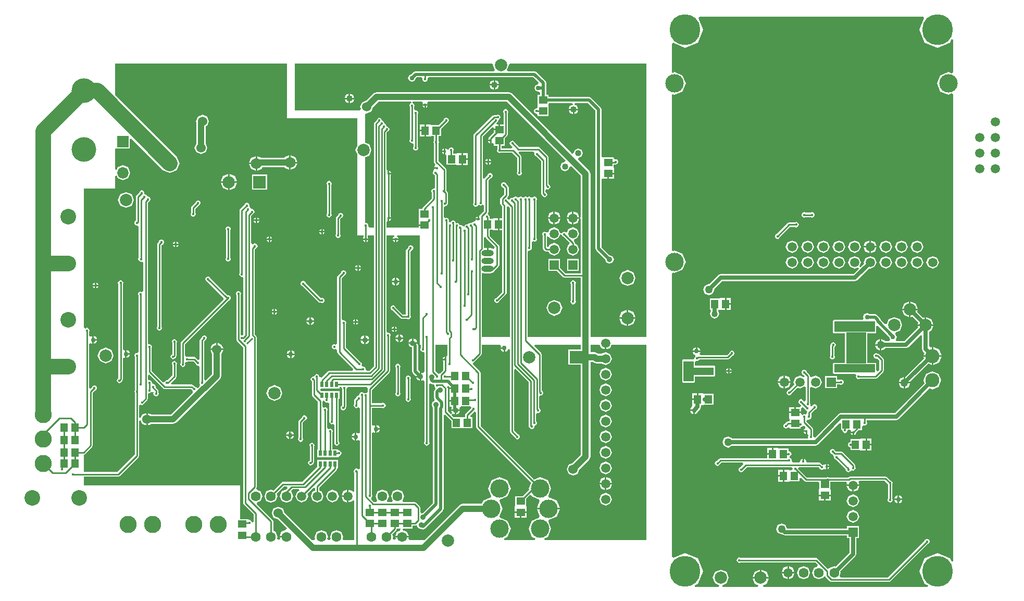
<source format=gbl>
%FSLAX25Y25*%
%MOIN*%
G70*
G01*
G75*
G04 Layer_Physical_Order=2*
G04 Layer_Color=16711680*
%ADD10R,0.02362X0.05512*%
%ADD11R,0.02362X0.07087*%
G04:AMPARAMS|DCode=12|XSize=74.8mil|YSize=125.98mil|CornerRadius=0mil|HoleSize=0mil|Usage=FLASHONLY|Rotation=180.000|XOffset=0mil|YOffset=0mil|HoleType=Round|Shape=Octagon|*
%AMOCTAGOND12*
4,1,8,0.01870,-0.06299,-0.01870,-0.06299,-0.03740,-0.04429,-0.03740,0.04429,-0.01870,0.06299,0.01870,0.06299,0.03740,0.04429,0.03740,-0.04429,0.01870,-0.06299,0.0*
%
%ADD12OCTAGOND12*%

%ADD13R,0.16339X0.07284*%
%ADD14R,0.08465X0.11221*%
%ADD15R,0.11221X0.08465*%
%ADD16R,0.04724X0.05512*%
%ADD17R,0.05512X0.04724*%
%ADD18R,0.06693X0.06693*%
%ADD19R,0.21654X0.09843*%
%ADD20O,0.05709X0.02362*%
%ADD21R,0.09921X0.13425*%
%ADD22R,0.02362X0.04134*%
%ADD23O,0.00984X0.06102*%
%ADD24O,0.06102X0.00984*%
%ADD25R,0.03150X0.07874*%
%ADD26R,0.07087X0.09449*%
%ADD27R,0.03543X0.03740*%
%ADD28R,0.02362X0.03347*%
%ADD29R,0.40945X0.31496*%
%ADD30R,0.03937X0.11417*%
%ADD31R,0.09449X0.07087*%
G04:AMPARAMS|DCode=32|XSize=25.59mil|YSize=64.96mil|CornerRadius=1.92mil|HoleSize=0mil|Usage=FLASHONLY|Rotation=0.000|XOffset=0mil|YOffset=0mil|HoleType=Round|Shape=RoundedRectangle|*
%AMROUNDEDRECTD32*
21,1,0.02559,0.06112,0,0,0.0*
21,1,0.02175,0.06496,0,0,0.0*
1,1,0.00384,0.01088,-0.03056*
1,1,0.00384,-0.01088,-0.03056*
1,1,0.00384,-0.01088,0.03056*
1,1,0.00384,0.01088,0.03056*
%
%ADD32ROUNDEDRECTD32*%
%ADD33O,0.02756X0.09843*%
G04:AMPARAMS|DCode=34|XSize=11.81mil|YSize=59.06mil|CornerRadius=2.95mil|HoleSize=0mil|Usage=FLASHONLY|Rotation=0.000|XOffset=0mil|YOffset=0mil|HoleType=Round|Shape=RoundedRectangle|*
%AMROUNDEDRECTD34*
21,1,0.01181,0.05315,0,0,0.0*
21,1,0.00591,0.05906,0,0,0.0*
1,1,0.00591,0.00295,-0.02658*
1,1,0.00591,-0.00295,-0.02658*
1,1,0.00591,-0.00295,0.02658*
1,1,0.00591,0.00295,0.02658*
%
%ADD34ROUNDEDRECTD34*%
G04:AMPARAMS|DCode=35|XSize=11.81mil|YSize=59.06mil|CornerRadius=2.95mil|HoleSize=0mil|Usage=FLASHONLY|Rotation=270.000|XOffset=0mil|YOffset=0mil|HoleType=Round|Shape=RoundedRectangle|*
%AMROUNDEDRECTD35*
21,1,0.01181,0.05315,0,0,270.0*
21,1,0.00591,0.05906,0,0,270.0*
1,1,0.00591,-0.02658,-0.00295*
1,1,0.00591,-0.02658,0.00295*
1,1,0.00591,0.02658,0.00295*
1,1,0.00591,0.02658,-0.00295*
%
%ADD35ROUNDEDRECTD35*%
%ADD36R,0.09449X0.12992*%
%ADD37R,0.09449X0.03937*%
%ADD38O,0.08661X0.02362*%
%ADD39R,0.07874X0.02992*%
%ADD40O,0.08858X0.02362*%
%ADD41R,0.02362X0.04528*%
%ADD42R,0.03543X0.07087*%
%ADD43R,0.21654X0.23228*%
%ADD44R,0.04528X0.02362*%
%ADD45R,0.19685X0.31496*%
%ADD46R,0.20276X0.09252*%
%ADD47R,0.09843X0.05512*%
%ADD48R,0.07874X0.03150*%
%ADD49R,0.05118X0.03937*%
%ADD50R,0.13780X0.13780*%
%ADD51O,0.07480X0.02362*%
%ADD52C,0.02000*%
%ADD53C,0.01000*%
%ADD54C,0.02500*%
%ADD55C,0.04000*%
%ADD56C,0.10000*%
%ADD57C,0.12000*%
%ADD58C,0.05000*%
%ADD59R,0.12000X0.04000*%
%ADD60C,0.09000*%
%ADD61C,0.07874*%
%ADD62C,0.06299*%
%ADD63C,0.05906*%
%ADD64R,0.05906X0.05906*%
%ADD65R,0.05906X0.05906*%
%ADD66C,0.11811*%
%ADD67C,0.19685*%
%ADD68R,0.07874X0.07874*%
%ADD69O,0.07874X0.03937*%
%ADD70O,0.07874X0.03937*%
%ADD71C,0.10000*%
%ADD72C,0.11000*%
%ADD73C,0.15748*%
%ADD74C,0.07284*%
%ADD75R,0.07284X0.07284*%
%ADD76C,0.01969*%
%ADD77C,0.01600*%
%ADD78C,0.03000*%
%ADD79C,0.05000*%
%ADD80C,0.02400*%
%ADD81C,0.04000*%
%ADD82C,0.01500*%
%ADD83C,0.03600*%
%ADD84C,0.06000*%
%ADD85C,0.07000*%
%ADD86R,0.02165X0.03543*%
%ADD87R,0.12598X0.20472*%
%ADD88R,0.26000X0.07090*%
%ADD89R,0.26000X0.05438*%
%ADD90R,0.13000X0.05000*%
%ADD91R,0.06500X0.13000*%
G36*
X289094Y-217393D02*
Y-217500D01*
X292457D01*
Y-218500D01*
X289094D01*
Y-221756D01*
X289094D01*
Y-222244D01*
X289094D01*
Y-225500D01*
X292457D01*
Y-226500D01*
X289094D01*
Y-229756D01*
X290508D01*
Y-230698D01*
X290176Y-231500D01*
X295824D01*
X295515Y-230756D01*
X295691Y-230177D01*
X296381Y-229556D01*
X296381D01*
X296381Y-229556D01*
X296381Y-229556D01*
X302440D01*
X303129Y-230380D01*
X302951Y-230811D01*
X299505Y-234257D01*
X299093Y-235252D01*
Y-236444D01*
X297381D01*
Y-236444D01*
X296619D01*
Y-236444D01*
X291891D01*
X290541Y-235095D01*
X291108Y-234247D01*
X292500Y-234824D01*
Y-232500D01*
X290176D01*
X290753Y-233892D01*
X289905Y-234459D01*
X287907Y-232460D01*
Y-218116D01*
X287495Y-217121D01*
X288264Y-216562D01*
X289094Y-217393D01*
D02*
G37*
G36*
X389500Y-193071D02*
X392025Y-192025D01*
X392864Y-190000D01*
X415000D01*
Y-315000D01*
X349998D01*
X349803Y-314019D01*
X352077Y-313077D01*
X354203Y-307945D01*
X352320Y-303398D01*
X352319Y-303356D01*
X352309Y-302642D01*
X352829Y-302258D01*
X357592Y-300285D01*
X359574Y-295500D01*
X345040D01*
X346806Y-299763D01*
X346360Y-300930D01*
X341813Y-302813D01*
X339687Y-307945D01*
X341813Y-313077D01*
X344087Y-314019D01*
X343892Y-315000D01*
X324108D01*
X323913Y-314019D01*
X326187Y-313077D01*
X328313Y-307945D01*
X326187Y-302813D01*
X321424Y-300840D01*
X320978Y-299763D01*
X322951Y-295000D01*
X320978Y-290237D01*
X321424Y-289160D01*
X326187Y-287187D01*
X328313Y-282055D01*
X326187Y-276923D01*
X321055Y-274797D01*
X315923Y-276923D01*
X313797Y-282055D01*
X315770Y-286818D01*
X315719Y-287428D01*
X315324Y-287895D01*
X310561Y-289868D01*
X309690Y-291969D01*
X297500D01*
X295357Y-292857D01*
X273214Y-315000D01*
X263248D01*
X262692Y-314169D01*
X262969Y-313500D01*
X254401D01*
X254678Y-314169D01*
X254129Y-314989D01*
X253182D01*
X252634Y-314169D01*
X253117Y-313000D01*
X252448Y-311384D01*
X254995Y-308838D01*
X254995Y-308838D01*
X255116Y-308546D01*
X255407Y-307843D01*
X256331Y-307705D01*
X257436D01*
X257729Y-307822D01*
X257785Y-308009D01*
X257499Y-309000D01*
X255509Y-309824D01*
X254401Y-312500D01*
X262969D01*
X261861Y-309824D01*
X259161Y-308705D01*
X259360Y-307705D01*
X265556D01*
Y-305950D01*
X267057D01*
X267262Y-305865D01*
X268059Y-305550D01*
X268533Y-306339D01*
X269010Y-307490D01*
X271000Y-308314D01*
X271338Y-308174D01*
X272000Y-308448D01*
X273378Y-307878D01*
X284678Y-296578D01*
X284845Y-296174D01*
X285248Y-295200D01*
Y-235196D01*
X286248Y-234782D01*
X290295Y-238828D01*
Y-243556D01*
X296619D01*
Y-243556D01*
X297381D01*
Y-243556D01*
X303706D01*
Y-236444D01*
X302712D01*
X302298Y-235444D01*
X304941Y-232801D01*
X305093Y-232738D01*
X306093Y-233406D01*
Y-242610D01*
X306505Y-243605D01*
X341230Y-278330D01*
X339687Y-282055D01*
X340017Y-282850D01*
X335772Y-287094D01*
X331044D01*
Y-292981D01*
Y-293064D01*
X330844Y-293981D01*
Y-293994D01*
X330844Y-294336D01*
Y-296843D01*
X338356D01*
Y-294336D01*
X338356Y-293994D01*
Y-293981D01*
X338156Y-293064D01*
Y-292981D01*
Y-288691D01*
X340546Y-286301D01*
X341527Y-286496D01*
X341813Y-287187D01*
X346360Y-289070D01*
X346806Y-290237D01*
X345040Y-294500D01*
X359574D01*
X357592Y-289715D01*
X352829Y-287742D01*
X352309Y-287358D01*
X352319Y-286644D01*
X352320Y-286602D01*
X354203Y-282055D01*
X352077Y-276923D01*
X346945Y-274797D01*
X343220Y-276340D01*
X308907Y-242027D01*
Y-208000D01*
X308495Y-207005D01*
X308495Y-207005D01*
X304146Y-202656D01*
X304450Y-201546D01*
X305225Y-201225D01*
X305549Y-200441D01*
X309258Y-196732D01*
X309670Y-195737D01*
Y-190000D01*
X321323D01*
X321991Y-191000D01*
X321701Y-191700D01*
X324200D01*
Y-192200D01*
X324700D01*
Y-194699D01*
X326113Y-194113D01*
X326593Y-192956D01*
X327593Y-193155D01*
Y-245500D01*
X328005Y-246495D01*
X331043Y-249533D01*
X331314Y-250186D01*
X332500Y-250678D01*
X333686Y-250186D01*
X334178Y-249000D01*
X333686Y-247814D01*
X333033Y-247543D01*
X330407Y-244917D01*
Y-206005D01*
X331331Y-205622D01*
X339793Y-214084D01*
Y-242000D01*
X340205Y-242995D01*
X340343Y-243133D01*
X340614Y-243786D01*
X341800Y-244278D01*
X342986Y-243786D01*
X343478Y-242600D01*
X343949Y-241650D01*
X344586Y-241386D01*
X345078Y-240200D01*
X344586Y-239014D01*
X344407Y-238939D01*
Y-234383D01*
X345407Y-233715D01*
X345800Y-233878D01*
X346986Y-233386D01*
X347478Y-232200D01*
X346986Y-231014D01*
X346407Y-230774D01*
Y-223166D01*
X347239Y-222611D01*
X347400Y-222678D01*
X348586Y-222186D01*
X349078Y-221000D01*
X348586Y-219814D01*
X348207Y-219657D01*
Y-196400D01*
X347795Y-195405D01*
X343314Y-190924D01*
X343696Y-190000D01*
X373169D01*
Y-193263D01*
X365224D01*
Y-202737D01*
X373169D01*
Y-260545D01*
X367905Y-265809D01*
X365292Y-266892D01*
X364087Y-269800D01*
X365292Y-272708D01*
X368200Y-273913D01*
X371108Y-272708D01*
X372191Y-270095D01*
X378343Y-263943D01*
X379231Y-261800D01*
Y-201031D01*
X380745D01*
X380857Y-201143D01*
X383000Y-202031D01*
X386510D01*
X389000Y-203062D01*
X391872Y-201872D01*
X393062Y-199000D01*
X391872Y-196128D01*
X389000Y-194938D01*
X386510Y-195969D01*
X384255D01*
X384143Y-195857D01*
X382000Y-194969D01*
X379231D01*
Y-190000D01*
X385136D01*
X385975Y-192025D01*
X388500Y-193071D01*
Y-189000D01*
X389500D01*
Y-193071D01*
D02*
G37*
G36*
X363259Y-72045D02*
X362837Y-73037D01*
X360857Y-73857D01*
X359969Y-76000D01*
X360857Y-78143D01*
X363000Y-79031D01*
X365143Y-78143D01*
X365963Y-76163D01*
X366955Y-75741D01*
X373169Y-81955D01*
Y-108538D01*
X372613Y-108648D01*
Y-109352D01*
X373169Y-109462D01*
Y-144393D01*
X363383D01*
X359753Y-140763D01*
Y-135247D01*
X352247D01*
Y-142753D01*
X357763D01*
X361805Y-146795D01*
X362800Y-147207D01*
X373169D01*
Y-185000D01*
X339207D01*
Y-130366D01*
X340039Y-129811D01*
X340200Y-129878D01*
X341386Y-129386D01*
X341878Y-128200D01*
X341607Y-127547D01*
Y-124486D01*
X342607Y-123949D01*
X343400Y-124278D01*
X344586Y-123786D01*
X345078Y-122600D01*
X344807Y-121947D01*
Y-97653D01*
X345078Y-97000D01*
X344586Y-95814D01*
X343400Y-95322D01*
X342431Y-95723D01*
X341800Y-95778D01*
X341169Y-95723D01*
X340200Y-95322D01*
X339014Y-95814D01*
X338986Y-95814D01*
X337800Y-95322D01*
X336831Y-95723D01*
X336200Y-95778D01*
X335569Y-95723D01*
X334600Y-95322D01*
X333414Y-95814D01*
X332586Y-95814D01*
X331400Y-95322D01*
X330214Y-95814D01*
X330197Y-95853D01*
X329274Y-96236D01*
X329000Y-96122D01*
X327814Y-96614D01*
X327639Y-97035D01*
X326460Y-97270D01*
X326457Y-97267D01*
X326186Y-96614D01*
X326035Y-95855D01*
X326495Y-95396D01*
X326495Y-95396D01*
X326907Y-94401D01*
Y-89500D01*
X326495Y-88505D01*
X326495Y-88505D01*
X325230Y-87240D01*
X324950Y-86565D01*
X323726Y-86058D01*
X322501Y-86565D01*
X321994Y-87790D01*
X322501Y-89014D01*
X323394Y-89384D01*
X324093Y-90083D01*
Y-93818D01*
X321955Y-95956D01*
X321543Y-96951D01*
Y-99850D01*
X321955Y-100845D01*
X322798Y-101688D01*
Y-109244D01*
X321043D01*
Y-113000D01*
Y-116756D01*
X322798D01*
Y-156412D01*
X318867Y-160343D01*
X318214Y-160614D01*
X317722Y-161800D01*
X318214Y-162986D01*
X319400Y-163478D01*
X320586Y-162986D01*
X320857Y-162333D01*
X325201Y-157990D01*
X325613Y-156994D01*
Y-101817D01*
X326613Y-101403D01*
X327593Y-102383D01*
Y-185000D01*
X309670D01*
Y-144626D01*
X310502Y-144070D01*
X311531Y-144497D01*
X315469D01*
X317587Y-143619D01*
X318094Y-142396D01*
X320495Y-139995D01*
X320495Y-139995D01*
X320907Y-139000D01*
Y-127000D01*
X320907Y-127000D01*
X320616Y-126296D01*
X320495Y-126005D01*
X320495Y-126005D01*
X314864Y-120374D01*
Y-116556D01*
X316619D01*
X316619Y-116556D01*
Y-116556D01*
X316621Y-116557D01*
X317181Y-116756D01*
X317181Y-116756D01*
X317547Y-116756D01*
X320043D01*
Y-113000D01*
Y-109244D01*
X317547D01*
X317181Y-109244D01*
X317181Y-109244D01*
X316621Y-109443D01*
X316619Y-109444D01*
Y-109444D01*
X316619Y-109444D01*
X314864D01*
Y-108657D01*
X314676Y-108204D01*
X314678Y-108200D01*
X314186Y-107014D01*
X313977Y-106927D01*
X313495Y-105995D01*
X313578Y-105794D01*
X313907Y-105000D01*
Y-85114D01*
X315456Y-83565D01*
X316240Y-83240D01*
X316748Y-82016D01*
X316240Y-80791D01*
X315016Y-80284D01*
X313791Y-80791D01*
X313466Y-81575D01*
X311505Y-83536D01*
X311407Y-83773D01*
X310407Y-83574D01*
Y-56783D01*
X316320Y-50870D01*
X317244Y-51252D01*
Y-51957D01*
X320500D01*
Y-49095D01*
X319402D01*
X319019Y-48171D01*
X319133Y-48057D01*
X319786Y-47786D01*
X320278Y-46600D01*
X320278D01*
X320278D01*
X320736Y-45786D01*
X321164Y-45609D01*
X321655Y-44423D01*
X321164Y-43237D01*
X319977Y-42745D01*
X319324Y-43016D01*
X317577D01*
X316582Y-43428D01*
X316582Y-43428D01*
X304863Y-55147D01*
X304451Y-56142D01*
Y-99605D01*
X304181Y-100258D01*
X304672Y-101445D01*
X305858Y-101936D01*
X307045Y-101445D01*
X307138Y-101218D01*
X307814Y-100586D01*
X308309Y-100792D01*
X309000Y-101078D01*
X310093Y-100625D01*
X311093Y-100986D01*
Y-104417D01*
X308800Y-106711D01*
X308574Y-107255D01*
X307900Y-107633D01*
Y-109800D01*
X307400D01*
Y-110300D01*
X305659D01*
X305738Y-110492D01*
X305002Y-111266D01*
X304981Y-111276D01*
X303775Y-111775D01*
X303751Y-111834D01*
X302827Y-112216D01*
X302600Y-112122D01*
X301414Y-112614D01*
X301397Y-112653D01*
X300473Y-113036D01*
X300200Y-112922D01*
X299014Y-113414D01*
X298665Y-114254D01*
X298401Y-114384D01*
X297143Y-113897D01*
X297109Y-113814D01*
X295884Y-113307D01*
X295363Y-113523D01*
X294986Y-112614D01*
X293800Y-112122D01*
X293234Y-112357D01*
X293078Y-112200D01*
X292586Y-111014D01*
X291400Y-110522D01*
X290214Y-111014D01*
X290048Y-111415D01*
X289995Y-111495D01*
X289842Y-111640D01*
X289354Y-111757D01*
X289068Y-111614D01*
X288548Y-110942D01*
X288732Y-110500D01*
X288225Y-109275D01*
X287000Y-108768D01*
X286407Y-109014D01*
X285407Y-108346D01*
Y-102017D01*
X286173Y-101505D01*
X287398Y-100998D01*
X287905Y-99773D01*
X287868Y-99683D01*
X288007Y-99347D01*
Y-93116D01*
X287595Y-92122D01*
X287007Y-91534D01*
Y-78100D01*
X286595Y-77105D01*
X286595Y-77105D01*
X281950Y-72461D01*
Y-61241D01*
X282275Y-60457D01*
X281950Y-59673D01*
Y-56556D01*
X283705D01*
Y-51828D01*
X287515Y-48019D01*
X288225Y-47725D01*
X288732Y-46500D01*
X288225Y-45275D01*
X287000Y-44768D01*
X285775Y-45275D01*
X285420Y-46133D01*
X282109Y-49444D01*
X277819D01*
X277736D01*
X276819Y-49244D01*
X276806D01*
X276464Y-49244D01*
X273957D01*
Y-53000D01*
Y-56756D01*
X276464D01*
X276806Y-56756D01*
X276819D01*
X277736Y-56556D01*
X277819D01*
X279136D01*
Y-59673D01*
X278812Y-60457D01*
X279136Y-61241D01*
Y-73043D01*
X279548Y-74038D01*
X280054Y-74544D01*
X279859Y-75524D01*
X279622Y-75622D01*
X279259Y-76500D01*
X281000D01*
Y-77500D01*
X279259D01*
X279299Y-77597D01*
X278861Y-78861D01*
X278369Y-80047D01*
X278861Y-81234D01*
X279514Y-81504D01*
X279593Y-81583D01*
Y-89751D01*
X278950Y-90181D01*
X277764Y-90672D01*
X277272Y-91858D01*
X277651Y-92773D01*
Y-96359D01*
X272005Y-102005D01*
X271593Y-103000D01*
Y-103295D01*
X269444D01*
Y-108619D01*
X269444Y-109619D01*
X269441Y-109626D01*
X269441Y-109627D01*
X269244Y-110181D01*
X269244Y-110181D01*
X269244D01*
X269244Y-110536D01*
Y-113043D01*
X273000D01*
Y-114043D01*
X269244D01*
Y-115000D01*
X248807D01*
Y-111354D01*
X249500Y-110891D01*
Y-109000D01*
X250000D01*
Y-108500D01*
X251741D01*
X251407Y-107693D01*
Y-81807D01*
X251741Y-81000D01*
X250000D01*
Y-80500D01*
X249500D01*
Y-78609D01*
X248807Y-78146D01*
Y-54383D01*
X249533Y-53657D01*
X250186Y-53386D01*
X250678Y-52200D01*
X250186Y-51014D01*
X249000Y-50522D01*
X248878Y-50400D01*
X248386Y-49214D01*
X248101Y-49096D01*
X247584Y-48597D01*
X247099Y-47798D01*
D01*
X247099Y-47798D01*
X246836Y-47164D01*
X246618Y-47073D01*
X245828Y-46550D01*
Y-46550D01*
X245828D01*
X245336Y-45364D01*
X244150Y-44872D01*
X242964Y-45364D01*
X242693Y-46017D01*
X241005Y-47705D01*
X240593Y-48700D01*
Y-115000D01*
X237698D01*
X237049Y-114000D01*
X237132Y-113800D01*
X236625Y-112575D01*
X235400Y-112068D01*
X235000Y-111801D01*
Y-70213D01*
X237626Y-69125D01*
X239127Y-65500D01*
X237626Y-61875D01*
X235000Y-60787D01*
Y-42508D01*
X235831Y-41953D01*
X236000Y-42022D01*
X238908Y-40818D01*
X239991Y-38205D01*
X243765Y-34431D01*
X264539D01*
X264705Y-35265D01*
X264723Y-35354D01*
X264734Y-35412D01*
X264738Y-35431D01*
X264352Y-35591D01*
X264352Y-35591D01*
X263814Y-35814D01*
X263322Y-37000D01*
X263593Y-37653D01*
Y-58747D01*
X263322Y-59400D01*
X263814Y-60586D01*
X265000Y-61078D01*
X265161Y-61011D01*
X265993Y-61566D01*
Y-63547D01*
X265722Y-64200D01*
X266214Y-65386D01*
X267400Y-65878D01*
X268586Y-65386D01*
X269078Y-64200D01*
X268807Y-63547D01*
Y-42453D01*
X269078Y-41800D01*
X268586Y-40614D01*
X267400Y-40122D01*
X267239Y-40189D01*
X266407Y-39634D01*
Y-37653D01*
X266678Y-37000D01*
X266186Y-35814D01*
X265648Y-35591D01*
X265648Y-35591D01*
X265262Y-35431D01*
X265266Y-35412D01*
X265277Y-35354D01*
X265295Y-35265D01*
X265461Y-34431D01*
X271507D01*
Y-34431D01*
X271940Y-35431D01*
X271665Y-36094D01*
X275148D01*
X274873Y-35431D01*
X275305Y-34431D01*
Y-34431D01*
X325645D01*
X363259Y-72045D01*
D02*
G37*
G36*
X287593Y-197104D02*
X287000Y-197501D01*
Y-199500D01*
X286500D01*
Y-200000D01*
X284759D01*
X285093Y-200807D01*
Y-206404D01*
X282920Y-208577D01*
X282812Y-208639D01*
X281748Y-208712D01*
X279907Y-206872D01*
Y-190000D01*
X287593D01*
Y-197104D01*
D02*
G37*
G36*
X415000Y-185000D02*
X389150D01*
X389000Y-184938D01*
X388850Y-185000D01*
X379231D01*
Y-145800D01*
Y-80700D01*
X378343Y-78557D01*
X371241Y-71455D01*
X371663Y-70463D01*
X373643Y-69643D01*
X374531Y-67500D01*
X373643Y-65357D01*
X371500Y-64469D01*
X369357Y-65357D01*
X368537Y-67337D01*
X367545Y-67759D01*
X329043Y-29257D01*
X326900Y-28369D01*
X242510D01*
X240366Y-29257D01*
X235705Y-33919D01*
X233092Y-35001D01*
X231887Y-37909D01*
X232408Y-39169D01*
X231853Y-40000D01*
X190000D01*
Y-10000D01*
X316387D01*
X316943Y-10831D01*
X316873Y-11000D01*
X318137Y-14052D01*
X317494Y-15052D01*
X267400D01*
X266022Y-15622D01*
X264546Y-17098D01*
X263240Y-17640D01*
X262510Y-19400D01*
X263240Y-21160D01*
X265000Y-21890D01*
X266760Y-21160D01*
X267302Y-19854D01*
X268207Y-18948D01*
X271160D01*
X271779Y-19948D01*
X271674Y-20200D01*
X272182Y-21425D01*
X273406Y-21932D01*
X274631Y-21425D01*
X275138Y-20200D01*
X275034Y-19948D01*
X275652Y-18948D01*
X342693D01*
X346131Y-22387D01*
X345688Y-23357D01*
X344040Y-24040D01*
X343310Y-25800D01*
X344040Y-27560D01*
X345800Y-28289D01*
X346220Y-28115D01*
X347052Y-28671D01*
Y-30294D01*
X345444D01*
Y-36381D01*
X345444Y-36619D01*
Y-37000D01*
Y-37381D01*
X345444Y-37619D01*
Y-38109D01*
X344657Y-38866D01*
X343470Y-39357D01*
X342979Y-40543D01*
X343470Y-41730D01*
X344657Y-42221D01*
X345444Y-42977D01*
Y-43705D01*
X352556D01*
Y-37619D01*
X352556Y-37381D01*
Y-37000D01*
Y-36619D01*
X352556Y-36405D01*
X352613Y-35405D01*
X367108D01*
X367990Y-35689D01*
X367941Y-36484D01*
Y-36484D01*
X366204Y-37204D01*
X365460Y-39000D01*
X371540D01*
X370796Y-37204D01*
X369059Y-36484D01*
X369010Y-35689D01*
X369892Y-35405D01*
X377650D01*
X382552Y-40307D01*
Y-128500D01*
X383122Y-129878D01*
X388703Y-135458D01*
X388686Y-135500D01*
X389510Y-137490D01*
X391500Y-138314D01*
X393490Y-137490D01*
X394314Y-135500D01*
X393490Y-133510D01*
X391500Y-132686D01*
X391458Y-132703D01*
X386448Y-127693D01*
Y-84742D01*
X386844Y-83906D01*
X387448Y-83906D01*
X390100D01*
Y-80543D01*
X390600D01*
Y-80043D01*
X394356D01*
Y-77536D01*
X394356Y-77194D01*
Y-77181D01*
X394156Y-76264D01*
Y-76181D01*
Y-74864D01*
X394943D01*
X395396Y-74676D01*
X395400Y-74678D01*
X396586Y-74186D01*
X397078Y-73000D01*
X396586Y-71814D01*
X395400Y-71322D01*
X395156Y-71423D01*
X394156Y-70755D01*
Y-70294D01*
X387448D01*
X387044Y-70294D01*
X386448Y-69541D01*
X386448Y-69541D01*
Y-39500D01*
X385878Y-38122D01*
X379834Y-32079D01*
X378457Y-31508D01*
X352556D01*
Y-30294D01*
X350948D01*
Y-25800D01*
Y-22500D01*
X350378Y-21122D01*
X344878Y-15622D01*
X343500Y-15052D01*
X326506D01*
X325863Y-14052D01*
X327127Y-11000D01*
X327058Y-10831D01*
X327613Y-10000D01*
X415000D01*
Y-185000D01*
D02*
G37*
G36*
X312462Y-121952D02*
X317898Y-127388D01*
X317829Y-128390D01*
X317000Y-128921D01*
X315469Y-128287D01*
X314000D01*
Y-131500D01*
X313000D01*
Y-128287D01*
X311531D01*
X311202Y-128067D01*
Y-121523D01*
X312202Y-121324D01*
X312462Y-121952D01*
D02*
G37*
G36*
X185000Y-45000D02*
X230000D01*
Y-62778D01*
X228873Y-65500D01*
X230000Y-68222D01*
Y-120000D01*
X233993D01*
Y-121293D01*
X233659Y-122100D01*
X237141D01*
X236807Y-121293D01*
Y-120000D01*
X240593D01*
Y-203780D01*
X237580Y-206793D01*
X236020D01*
X235465Y-205961D01*
X235532Y-205800D01*
X235025Y-204575D01*
X233800Y-204068D01*
X233566Y-204165D01*
X232806Y-203405D01*
X232803Y-203393D01*
X233132Y-202600D01*
X232625Y-201375D01*
X231841Y-201051D01*
X222664Y-191874D01*
Y-176984D01*
X222989Y-176200D01*
X222481Y-174975D01*
X221257Y-174468D01*
X221007Y-174572D01*
X220007Y-173903D01*
Y-147440D01*
X221697Y-145749D01*
X222481Y-145425D01*
X222989Y-144200D01*
X222481Y-142975D01*
X221257Y-142468D01*
X220032Y-142975D01*
X219707Y-143759D01*
X217605Y-145862D01*
X217193Y-146857D01*
Y-189437D01*
X216193Y-189997D01*
X215400Y-189668D01*
X214175Y-190175D01*
X213668Y-191400D01*
X214175Y-192625D01*
X215400Y-193132D01*
X216193Y-192803D01*
X217193Y-193363D01*
Y-194970D01*
X217605Y-195965D01*
X227509Y-205869D01*
X227127Y-206793D01*
X212200D01*
X212200Y-206793D01*
X211205Y-207205D01*
X207262Y-211148D01*
X206049Y-210947D01*
X205878Y-210600D01*
X205386Y-209414D01*
X204200Y-208922D01*
X203014Y-209414D01*
X202522Y-210600D01*
X201996Y-210603D01*
X201800Y-210522D01*
X200614Y-211014D01*
X200122Y-212200D01*
X200614Y-213386D01*
X200993Y-213543D01*
Y-222164D01*
X201405Y-223159D01*
X204869Y-226622D01*
Y-257082D01*
X204393D01*
Y-262225D01*
X217607D01*
Y-262107D01*
X218347Y-261331D01*
X219533Y-260840D01*
X220024Y-259653D01*
X219533Y-258467D01*
X218347Y-257976D01*
X217607Y-257200D01*
Y-257082D01*
X213982D01*
Y-246028D01*
X214252Y-245375D01*
X213761Y-244188D01*
X212575Y-243697D01*
X211832Y-244005D01*
X210832Y-243438D01*
Y-232428D01*
X211103Y-231775D01*
X210612Y-230589D01*
X209425Y-230097D01*
X208683Y-230405D01*
X207683Y-229838D01*
Y-226541D01*
X208581Y-225831D01*
X208607Y-225826D01*
X208856Y-225887D01*
X209239Y-226812D01*
X210425Y-227303D01*
X211168Y-226995D01*
X212168Y-227562D01*
Y-239175D01*
X212192Y-239233D01*
X212122Y-239400D01*
X212614Y-240586D01*
X213800Y-241078D01*
X214317Y-240863D01*
X215317Y-241532D01*
Y-252724D01*
X215377Y-252868D01*
X215322Y-253000D01*
X215814Y-254186D01*
X217000Y-254678D01*
X218186Y-254186D01*
X218678Y-253000D01*
X218186Y-251814D01*
X218131Y-251791D01*
Y-224918D01*
X218607D01*
Y-219775D01*
X206901D01*
X206424Y-219169D01*
X206841Y-218225D01*
X218607D01*
Y-217061D01*
X219628D01*
X220122Y-217800D01*
X220393Y-218453D01*
Y-229174D01*
X219814Y-229414D01*
X219322Y-230600D01*
X219814Y-231786D01*
X221000Y-232278D01*
X222186Y-231786D01*
X222457Y-231133D01*
X222795Y-230795D01*
X223207Y-229800D01*
Y-218453D01*
X223478Y-217800D01*
X223972Y-217061D01*
X236188D01*
X236794Y-218061D01*
X236593Y-218546D01*
Y-220462D01*
X235761Y-221018D01*
X235400Y-220868D01*
X234359Y-221299D01*
X234225Y-220975D01*
X233000Y-220468D01*
X231775Y-220975D01*
X231268Y-222200D01*
X230491Y-222937D01*
X229675Y-223275D01*
X229351Y-224059D01*
X228505Y-224905D01*
X228093Y-225900D01*
Y-228216D01*
X227768Y-229000D01*
X228275Y-230225D01*
X229500Y-230732D01*
X230593Y-230279D01*
X231593Y-230663D01*
Y-246460D01*
X230593Y-246954D01*
X229500Y-246501D01*
Y-249000D01*
Y-251499D01*
X230593Y-251046D01*
X231593Y-251540D01*
Y-269337D01*
X230593Y-269721D01*
X229500Y-269268D01*
X228275Y-269775D01*
X227768Y-271000D01*
X228193Y-272025D01*
Y-284098D01*
X227212Y-284293D01*
X227080Y-283975D01*
X224555Y-282929D01*
Y-287000D01*
Y-291071D01*
X227080Y-290025D01*
X227212Y-289707D01*
X228193Y-289902D01*
Y-315000D01*
X221189D01*
X220634Y-314169D01*
X221117Y-313000D01*
X219865Y-309977D01*
X216843Y-308725D01*
X213820Y-309977D01*
X212567Y-313000D01*
X213052Y-314169D01*
X212496Y-315000D01*
X211347D01*
X210791Y-314169D01*
X211275Y-313000D01*
X210023Y-309977D01*
X207000Y-308725D01*
X203977Y-309977D01*
X202725Y-313000D01*
X203209Y-314169D01*
X202653Y-315000D01*
X200886D01*
X183391Y-297505D01*
X182308Y-294892D01*
X179400Y-293687D01*
X176492Y-294892D01*
X175287Y-297800D01*
X176492Y-300708D01*
X179105Y-301791D01*
X184899Y-307585D01*
X184489Y-308590D01*
X181509Y-309824D01*
X180401Y-312500D01*
X184685D01*
Y-313500D01*
X180401D01*
X180678Y-314169D01*
X180129Y-314989D01*
X179182D01*
X178633Y-314169D01*
X179118Y-313000D01*
X177865Y-309977D01*
X176250Y-309308D01*
Y-303135D01*
X175838Y-302140D01*
X175838Y-302140D01*
X165746Y-292049D01*
X165980Y-290869D01*
X168023Y-290023D01*
X169275Y-287000D01*
X168023Y-283977D01*
X165980Y-283131D01*
X165395Y-282302D01*
X165538Y-281957D01*
X165807Y-281307D01*
Y-185353D01*
X165395Y-184358D01*
X164407Y-183370D01*
Y-129083D01*
X164941Y-128549D01*
X165725Y-128225D01*
X166232Y-127000D01*
X165725Y-125775D01*
X164500Y-125268D01*
X163275Y-125775D01*
X163007Y-125868D01*
X162007Y-125154D01*
Y-107583D01*
X163133Y-106457D01*
X163786Y-106186D01*
X164278Y-105000D01*
X163786Y-103814D01*
X162600Y-103322D01*
X161650Y-102851D01*
X161386Y-102214D01*
X161347Y-102197D01*
X160964Y-101274D01*
X161078Y-101000D01*
X160586Y-99814D01*
X159400Y-99322D01*
X158214Y-99814D01*
X157943Y-100467D01*
X155205Y-103205D01*
X154793Y-104200D01*
Y-144347D01*
X154522Y-145000D01*
X155014Y-146186D01*
X156200Y-146678D01*
X156361Y-146611D01*
X157193Y-147166D01*
Y-183450D01*
X156451Y-184141D01*
X156180Y-184109D01*
X155557Y-183693D01*
Y-157922D01*
X155732Y-157500D01*
X155225Y-156275D01*
X154000Y-155768D01*
X152775Y-156275D01*
X152268Y-157500D01*
X152743Y-158646D01*
Y-186950D01*
X153155Y-187945D01*
X157093Y-191883D01*
Y-291500D01*
X157505Y-292495D01*
X163593Y-298583D01*
Y-303466D01*
X162593Y-303665D01*
X162225Y-302775D01*
X161000Y-302268D01*
X160056Y-301795D01*
Y-301795D01*
X155000D01*
Y-280000D01*
X55000D01*
Y-274407D01*
X77000D01*
X77995Y-273995D01*
X89995Y-261995D01*
X90407Y-261000D01*
Y-238812D01*
X91407Y-238613D01*
X92339Y-240862D01*
X94900Y-241922D01*
Y-237800D01*
Y-233678D01*
X92339Y-234738D01*
X91407Y-236987D01*
X90407Y-236788D01*
Y-228853D01*
X91407Y-228335D01*
X92233Y-228678D01*
X93419Y-228186D01*
X93690Y-227533D01*
X95595Y-225628D01*
X96007Y-224633D01*
Y-221620D01*
X96839Y-221065D01*
X97000Y-221132D01*
X98225Y-220625D01*
X99323Y-220435D01*
X99576Y-220614D01*
X99753Y-220954D01*
X99497Y-221571D01*
X100004Y-222796D01*
X101229Y-223303D01*
X102454Y-222796D01*
X102961Y-221571D01*
X102636Y-220787D01*
Y-219629D01*
X102224Y-218634D01*
X100973Y-217383D01*
X101132Y-217000D01*
X100625Y-215775D01*
X99447Y-215287D01*
X99388Y-215254D01*
X98701Y-214475D01*
X98732Y-214400D01*
X98225Y-213175D01*
X97000Y-212668D01*
X96839Y-212735D01*
X96007Y-212179D01*
Y-209704D01*
X96931Y-209321D01*
X105605Y-217995D01*
X106600Y-218407D01*
X123617D01*
X124251Y-219041D01*
X124575Y-219825D01*
X124673Y-219865D01*
X124868Y-220846D01*
X110945Y-234769D01*
X98474D01*
X98462Y-234738D01*
X95900Y-233678D01*
Y-237800D01*
Y-241922D01*
X98462Y-240862D01*
X98474Y-240831D01*
X112200D01*
X114343Y-239943D01*
X133837Y-220449D01*
X134213Y-220293D01*
X142256Y-212250D01*
X143144Y-210107D01*
Y-196161D01*
X143175Y-196148D01*
X144236Y-193587D01*
X135991D01*
X137052Y-196148D01*
X137083Y-196161D01*
Y-208852D01*
X132931Y-213003D01*
X132007Y-212621D01*
Y-187983D01*
X132733Y-187257D01*
X133386Y-186986D01*
X133878Y-185800D01*
X133386Y-184614D01*
X132200Y-184122D01*
X131014Y-184614D01*
X130743Y-185267D01*
X129605Y-186405D01*
X129193Y-187400D01*
Y-199389D01*
X128193Y-199803D01*
X126795Y-198405D01*
X125800Y-197993D01*
X121784D01*
X121000Y-197668D01*
X120695Y-197794D01*
X119864Y-197239D01*
Y-189726D01*
X147841Y-161749D01*
X148625Y-161425D01*
X149132Y-160200D01*
X148625Y-158975D01*
X147400Y-158468D01*
X147017Y-158627D01*
X136071Y-147681D01*
X135747Y-146897D01*
X134522Y-146390D01*
X133298Y-146897D01*
X132790Y-148122D01*
X133298Y-149347D01*
X134081Y-149671D01*
X144510Y-160100D01*
Y-161100D01*
X117462Y-188148D01*
X117050Y-189143D01*
Y-201959D01*
X116725Y-202743D01*
X117232Y-203968D01*
X118457Y-204475D01*
X119681Y-203968D01*
X120188Y-202743D01*
X119864Y-201959D01*
Y-201561D01*
X120695Y-201006D01*
X121000Y-201132D01*
X121784Y-200807D01*
X125217D01*
X126651Y-202241D01*
X126975Y-203025D01*
X128200Y-203532D01*
X128361Y-203465D01*
X129193Y-204021D01*
Y-213947D01*
X128922Y-214600D01*
X129182Y-215226D01*
X129414Y-215786D01*
X129017Y-216697D01*
X128046Y-217668D01*
X127065Y-217473D01*
X127025Y-217375D01*
X126241Y-217051D01*
X125195Y-216005D01*
X124200Y-215593D01*
X111104D01*
X110721Y-214669D01*
X113995Y-211395D01*
X113995Y-211395D01*
X114116Y-211104D01*
X114407Y-210400D01*
X114407Y-210400D01*
Y-203095D01*
X114732Y-202311D01*
X114225Y-201086D01*
X113000Y-200579D01*
X111775Y-201086D01*
X111268Y-202311D01*
X111593Y-203095D01*
Y-209817D01*
X108442Y-212968D01*
X108200Y-212868D01*
X106975Y-213375D01*
X106801Y-213797D01*
X105621Y-214031D01*
X98407Y-206817D01*
Y-192241D01*
X98732Y-191457D01*
X98225Y-190232D01*
X97000Y-189725D01*
X96839Y-189792D01*
X96007Y-189236D01*
Y-99183D01*
X96733Y-98457D01*
X97386Y-98186D01*
X97878Y-97000D01*
X97386Y-95814D01*
X96200Y-95322D01*
X95250Y-94851D01*
X94986Y-94214D01*
X93800Y-93722D01*
X93643Y-93566D01*
X93878Y-93000D01*
X93386Y-91814D01*
X92200Y-91322D01*
X91014Y-91814D01*
X90743Y-92467D01*
X88805Y-94405D01*
X88393Y-95400D01*
Y-110720D01*
X87775Y-110975D01*
X87268Y-112200D01*
X87775Y-113425D01*
X89000Y-113932D01*
X89361Y-113782D01*
X90193Y-114338D01*
Y-134616D01*
X89868Y-135400D01*
X90375Y-136625D01*
X91600Y-137132D01*
X92193Y-136886D01*
X93193Y-137554D01*
Y-155837D01*
X92193Y-156397D01*
X91400Y-156068D01*
X90175Y-156575D01*
X89668Y-157800D01*
X89993Y-158584D01*
Y-194780D01*
X89161Y-195335D01*
X89000Y-195268D01*
X87775Y-195775D01*
X87268Y-197000D01*
X87593Y-197784D01*
Y-219416D01*
X87268Y-220200D01*
X87593Y-220984D01*
Y-260417D01*
X76417Y-271593D01*
X55000D01*
Y-260407D01*
X55000D01*
X55995Y-259995D01*
X60395Y-255595D01*
X60395Y-255595D01*
X60516Y-255304D01*
X60807Y-254600D01*
X60807Y-254600D01*
Y-220783D01*
X62241Y-219349D01*
X63025Y-219025D01*
X63532Y-217800D01*
X63025Y-216575D01*
X61800Y-216068D01*
X60575Y-216575D01*
X60251Y-217359D01*
X59331Y-218279D01*
X58407Y-217896D01*
Y-189541D01*
X59407Y-189046D01*
X60500Y-189499D01*
Y-187000D01*
Y-184501D01*
X59407Y-184954D01*
X58407Y-184459D01*
Y-181784D01*
X58732Y-181000D01*
X58225Y-179775D01*
X57000Y-179268D01*
X56000Y-179682D01*
X55000Y-179244D01*
Y-90000D01*
X75000D01*
Y-82149D01*
X76000Y-81950D01*
X76600Y-83399D01*
X80000Y-84808D01*
X83399Y-83399D01*
X84808Y-80000D01*
X83399Y-76600D01*
X80000Y-75192D01*
X76600Y-76600D01*
X76000Y-78050D01*
X75000Y-77851D01*
Y-65210D01*
X75558Y-64442D01*
X84442D01*
Y-58627D01*
X85366Y-58244D01*
X105561Y-78439D01*
X110000Y-80278D01*
X114439Y-78439D01*
X116278Y-74000D01*
X114439Y-69561D01*
X75000Y-30122D01*
Y-10000D01*
X185000D01*
Y-45000D01*
D02*
G37*
G36*
X270000Y-190000D02*
X270593D01*
Y-192216D01*
X270268Y-193000D01*
X270775Y-194225D01*
X272000Y-194732D01*
X272261Y-194624D01*
X273093Y-195179D01*
Y-207500D01*
X272093Y-208129D01*
X271000Y-207676D01*
Y-210500D01*
Y-213324D01*
X272093Y-212871D01*
X273093Y-213500D01*
Y-252216D01*
X272768Y-253000D01*
X273275Y-254225D01*
X274500Y-254732D01*
X275725Y-254225D01*
X276232Y-253000D01*
X275907Y-252216D01*
Y-215077D01*
X276907Y-214662D01*
X277122Y-214878D01*
X277526Y-215045D01*
X278500Y-215448D01*
X278924D01*
X279360Y-216100D01*
X279867Y-217325D01*
X279981Y-218454D01*
X279622Y-218813D01*
X279052Y-220191D01*
Y-223909D01*
X279509Y-225014D01*
X279238Y-226209D01*
X278510Y-226510D01*
X277686Y-228500D01*
X278510Y-230490D01*
X278552Y-230507D01*
Y-291398D01*
X272142Y-297808D01*
X272100Y-297791D01*
X271239Y-298148D01*
X270407Y-297592D01*
Y-294600D01*
X269995Y-293605D01*
X267595Y-291205D01*
X266600Y-290793D01*
X259402D01*
X258961Y-289793D01*
X260118Y-287000D01*
X258865Y-283977D01*
X255842Y-282725D01*
X252820Y-283977D01*
X251568Y-287000D01*
X252724Y-289793D01*
X252283Y-290793D01*
X249559D01*
X249118Y-289793D01*
X250275Y-287000D01*
X249023Y-283977D01*
X246000Y-282725D01*
X242977Y-283977D01*
X241725Y-287000D01*
X242882Y-289793D01*
X242441Y-290793D01*
X240783D01*
X239005Y-289015D01*
X239200Y-288035D01*
X239225Y-288025D01*
X239732Y-286800D01*
X239407Y-286016D01*
Y-246540D01*
X240407Y-246046D01*
X241500Y-246499D01*
Y-244000D01*
Y-241501D01*
X240407Y-241954D01*
X239407Y-241459D01*
Y-230407D01*
X245716D01*
X246500Y-230732D01*
X247725Y-230225D01*
X248232Y-229000D01*
X247725Y-227775D01*
X246500Y-227268D01*
X245716Y-227593D01*
X239407D01*
Y-219128D01*
X250795Y-207741D01*
X251207Y-206746D01*
Y-184984D01*
X251532Y-184200D01*
X251025Y-182975D01*
X249800Y-182468D01*
X249639Y-182535D01*
X248807Y-181980D01*
Y-120000D01*
X253560D01*
X253759Y-121000D01*
X253222Y-121222D01*
X252859Y-122100D01*
X256341D01*
X255978Y-121222D01*
X255441Y-121000D01*
X255640Y-120000D01*
X270000D01*
Y-190000D01*
D02*
G37*
G36*
X592889Y19000D02*
X589764Y11457D01*
X593138Y3311D01*
X601284Y-63D01*
X609429Y3311D01*
X610303Y5421D01*
X611283Y5226D01*
Y-15970D01*
X610452Y-16525D01*
X608282Y-15626D01*
X603150Y-17752D01*
X601024Y-22884D01*
X603150Y-28016D01*
X608282Y-30142D01*
X610452Y-29243D01*
X611283Y-29799D01*
Y-328769D01*
X610303Y-328964D01*
X609429Y-326855D01*
X601284Y-323481D01*
X593138Y-326855D01*
X589764Y-335000D01*
X593138Y-343145D01*
X595248Y-344019D01*
X595052Y-345000D01*
X489925D01*
X489726Y-344000D01*
X491998Y-343059D01*
X493356Y-339780D01*
X483083D01*
X484441Y-343059D01*
X486713Y-344000D01*
X486514Y-345000D01*
X463812D01*
X463613Y-344000D01*
X466255Y-342906D01*
X467757Y-339280D01*
X466255Y-335655D01*
X462629Y-334153D01*
X459004Y-335655D01*
X457502Y-339280D01*
X459004Y-342906D01*
X461645Y-344000D01*
X461446Y-345000D01*
X446097D01*
X445902Y-344019D01*
X448012Y-343145D01*
X451385Y-335000D01*
X448012Y-326855D01*
X439866Y-323481D01*
X432283Y-326622D01*
X431284Y-325985D01*
Y-144469D01*
X432115Y-143914D01*
X433085Y-144316D01*
X438217Y-142190D01*
X440343Y-137057D01*
X438217Y-131925D01*
X433085Y-129799D01*
X432115Y-130201D01*
X431284Y-129646D01*
Y-30296D01*
X432115Y-29741D01*
X433085Y-30142D01*
X438217Y-28016D01*
X440343Y-22884D01*
X438217Y-17752D01*
X433085Y-15626D01*
X432115Y-16028D01*
X431284Y-15473D01*
Y2442D01*
X432283Y3078D01*
X439866Y-63D01*
X448012Y3311D01*
X451385Y11457D01*
X448261Y19000D01*
X448920Y20000D01*
X592229D01*
X592889Y19000D01*
D02*
G37*
%LPC*%
G36*
X286000Y-197759D02*
X285122Y-198122D01*
X284759Y-199000D01*
X286000D01*
Y-197759D01*
D02*
G37*
G36*
X603893Y-197862D02*
X598646D01*
Y-203108D01*
X602356Y-201572D01*
X603893Y-197862D01*
D02*
G37*
G36*
X186900Y-193701D02*
X185487Y-194287D01*
X184901Y-195700D01*
X186900D01*
Y-193701D01*
D02*
G37*
G36*
X534564Y-188488D02*
X533339Y-188995D01*
X533014Y-189779D01*
X532989Y-189805D01*
X532576Y-190800D01*
Y-197357D01*
X532352Y-197900D01*
X532859Y-199125D01*
X534084Y-199632D01*
X535308Y-199125D01*
X535815Y-197900D01*
X535391Y-196875D01*
Y-191609D01*
X535788Y-191444D01*
X536296Y-190220D01*
X535788Y-188995D01*
X534564Y-188488D01*
D02*
G37*
G36*
X69000Y-191873D02*
X65374Y-193375D01*
X63873Y-197000D01*
X65374Y-200625D01*
X69000Y-202127D01*
X72625Y-200625D01*
X74127Y-197000D01*
X72625Y-193375D01*
X69000Y-191873D01*
D02*
G37*
G36*
X113000Y-186522D02*
X111814Y-187014D01*
X111322Y-188200D01*
X111593Y-188853D01*
Y-196374D01*
X111014Y-196614D01*
X110522Y-197800D01*
X111014Y-198986D01*
X112200Y-199478D01*
X113386Y-198986D01*
X113657Y-198333D01*
X113995Y-197995D01*
X114407Y-197000D01*
Y-188853D01*
X114678Y-188200D01*
X114186Y-187014D01*
X113000Y-186522D01*
D02*
G37*
G36*
X84499Y-196500D02*
X82500D01*
Y-198499D01*
X83913Y-197913D01*
X84499Y-196500D01*
D02*
G37*
G36*
X78600Y-148868D02*
X77375Y-149375D01*
X76868Y-150600D01*
X77193Y-151384D01*
Y-211520D01*
X76575Y-211775D01*
X76068Y-213000D01*
X76575Y-214225D01*
X77800Y-214732D01*
X79025Y-214225D01*
X79349Y-213441D01*
X79595Y-213195D01*
X80007Y-212200D01*
Y-198963D01*
X81007Y-198295D01*
X81500Y-198499D01*
Y-196000D01*
Y-193501D01*
X81007Y-193705D01*
X80007Y-193037D01*
Y-151384D01*
X80332Y-150600D01*
X79825Y-149375D01*
X78600Y-148868D01*
D02*
G37*
G36*
X556284Y-169911D02*
X554523Y-170640D01*
X553794Y-172400D01*
X554168Y-173303D01*
X553612Y-174134D01*
X535284D01*
X534671Y-174388D01*
X534418Y-175000D01*
Y-182090D01*
X534671Y-182702D01*
X535284Y-182956D01*
X542138D01*
Y-201697D01*
X535284D01*
X534671Y-201950D01*
X534418Y-202563D01*
Y-208000D01*
X534671Y-208612D01*
X535284Y-208866D01*
X548762D01*
X549414Y-209866D01*
X549152Y-210500D01*
X549659Y-211725D01*
X550883Y-212232D01*
X551667Y-211907D01*
X561684D01*
X562678Y-211495D01*
X566578Y-207595D01*
X566578Y-207595D01*
X566991Y-206600D01*
Y-199700D01*
X566578Y-198705D01*
X564179Y-196305D01*
X563183Y-195893D01*
X562767D01*
X561983Y-195568D01*
X560759Y-196075D01*
X560252Y-197300D01*
X560759Y-198525D01*
X561983Y-199032D01*
X562649Y-198756D01*
X564176Y-200283D01*
Y-206017D01*
X563149Y-207044D01*
X562149Y-206630D01*
Y-202563D01*
X561896Y-201950D01*
X561283Y-201697D01*
X556468D01*
Y-182956D01*
X561283D01*
X561896Y-182702D01*
X562149Y-182090D01*
Y-178120D01*
X563073Y-177737D01*
X570394Y-185058D01*
X570294Y-185300D01*
X570949Y-186881D01*
X570537Y-187881D01*
X567803D01*
X567662Y-187541D01*
X565484Y-186638D01*
Y-190220D01*
Y-193801D01*
X567662Y-192898D01*
X567902Y-192319D01*
X581144D01*
X582713Y-191669D01*
X590582Y-183800D01*
X591505Y-184183D01*
Y-192940D01*
X592155Y-194509D01*
X593018Y-195372D01*
X592400Y-196862D01*
X597647D01*
Y-191616D01*
X596943Y-191908D01*
X595943Y-191239D01*
Y-181944D01*
X597503Y-181298D01*
X598861Y-178020D01*
X588588D01*
X589027Y-179079D01*
X580225Y-187881D01*
X575030D01*
X574618Y-186881D01*
X575273Y-185300D01*
X574544Y-183540D01*
X574363Y-183465D01*
X574271Y-183036D01*
X574561Y-182300D01*
X577350Y-181145D01*
X578852Y-177520D01*
X577350Y-173894D01*
X573724Y-172392D01*
X570099Y-173894D01*
X568944Y-176683D01*
X567764Y-176918D01*
X564983Y-174136D01*
X564461Y-172877D01*
X562607Y-171022D01*
X561229Y-170452D01*
X557590D01*
X556284Y-169911D01*
D02*
G37*
G36*
X189899Y-196700D02*
X187900D01*
Y-198699D01*
X189313Y-198113D01*
X189899Y-196700D01*
D02*
G37*
G36*
X469827Y-193825D02*
X468602Y-194332D01*
X468278Y-195116D01*
X466601Y-196793D01*
X449724D01*
X449171Y-195793D01*
X449582Y-194800D01*
X444585D01*
X445170Y-196213D01*
X446082Y-196591D01*
X446240Y-197246D01*
X446249Y-197743D01*
X445822Y-198775D01*
X445802Y-198814D01*
X445653Y-199050D01*
X445075Y-199634D01*
X438784D01*
X438171Y-199888D01*
X437918Y-200500D01*
Y-213500D01*
X438171Y-214112D01*
X438784Y-214366D01*
X445284D01*
X445896Y-214112D01*
X446149Y-213500D01*
Y-210366D01*
X458284D01*
X458896Y-210112D01*
X459149Y-209500D01*
Y-204500D01*
X458896Y-203888D01*
X458284Y-203634D01*
X446149D01*
Y-201037D01*
X447084Y-200342D01*
X447543Y-200532D01*
X448768Y-200025D01*
X448941Y-199607D01*
X467183D01*
X468179Y-199195D01*
X470267Y-197106D01*
X471051Y-196781D01*
X471559Y-195557D01*
X471051Y-194332D01*
X469827Y-193825D01*
D02*
G37*
G36*
X598646Y-191616D02*
Y-196862D01*
X603893D01*
X602356Y-193153D01*
X598646Y-191616D01*
D02*
G37*
G36*
X186900Y-196700D02*
X184901D01*
X185487Y-198113D01*
X186900Y-198699D01*
Y-196700D01*
D02*
G37*
G36*
X502783Y-209929D02*
X500258Y-210975D01*
X499212Y-213500D01*
X502783D01*
Y-209929D01*
D02*
G37*
G36*
X579716Y-210887D02*
X577537Y-211789D01*
X576635Y-213968D01*
X579716D01*
Y-210887D01*
D02*
G37*
G36*
X270000Y-211000D02*
X267676D01*
X268357Y-212643D01*
X270000Y-213324D01*
Y-211000D01*
D02*
G37*
G36*
X503784Y-209929D02*
Y-213500D01*
X507355D01*
X506309Y-210975D01*
X503784Y-209929D01*
D02*
G37*
G36*
X579716Y-214968D02*
X576635D01*
X577537Y-217146D01*
X579716Y-218049D01*
Y-214968D01*
D02*
G37*
G36*
X507355Y-214500D02*
X503784D01*
Y-218071D01*
X506309Y-217025D01*
X507355Y-214500D01*
D02*
G37*
G36*
X537036Y-210247D02*
X529531D01*
Y-217753D01*
X537036D01*
Y-215407D01*
X538758D01*
X539783Y-215832D01*
X541008Y-215325D01*
X541515Y-214100D01*
X541008Y-212876D01*
X539783Y-212368D01*
X539241Y-212593D01*
X537036D01*
Y-210247D01*
D02*
G37*
G36*
X583797Y-214968D02*
X580716D01*
Y-218049D01*
X582895Y-217146D01*
X583797Y-214968D01*
D02*
G37*
G36*
X467327Y-205116D02*
X466449Y-205479D01*
X466086Y-206357D01*
X467327D01*
Y-205116D01*
D02*
G37*
G36*
X469568Y-207357D02*
X468327D01*
Y-208598D01*
X469205Y-208234D01*
X469568Y-207357D01*
D02*
G37*
G36*
X597647Y-197862D02*
X592400D01*
X592776Y-198769D01*
X580716Y-210830D01*
Y-213968D01*
X583854D01*
X595572Y-202249D01*
X597647Y-203108D01*
Y-197862D01*
D02*
G37*
G36*
X468327Y-205116D02*
Y-206357D01*
X469568D01*
X469205Y-205479D01*
X468327Y-205116D01*
D02*
G37*
G36*
X516083Y-206068D02*
X514859Y-206575D01*
X514352Y-207800D01*
X514859Y-209025D01*
X515643Y-209349D01*
X516468Y-210175D01*
X515902Y-211023D01*
X513283Y-209938D01*
X510411Y-211128D01*
X509222Y-214000D01*
X509828Y-215465D01*
X506043Y-219251D01*
X505259Y-219576D01*
X504752Y-220800D01*
X505259Y-222025D01*
X506484Y-222532D01*
X507708Y-222025D01*
X508033Y-221241D01*
X511818Y-217455D01*
X513283Y-218062D01*
X516076Y-216905D01*
X517076Y-217258D01*
Y-225950D01*
X516104Y-226456D01*
X515469Y-226104D01*
X515208Y-225476D01*
X513983Y-224968D01*
X512759Y-225476D01*
X512252Y-226700D01*
X512759Y-227925D01*
X513543Y-228249D01*
X514084Y-228791D01*
X514086Y-229081D01*
X514086Y-229138D01*
X514086Y-229141D01*
X513143Y-230095D01*
X513067Y-230095D01*
X513042D01*
X513042D01*
X510783D01*
Y-232957D01*
X514039D01*
Y-231092D01*
Y-231092D01*
Y-231067D01*
X514039Y-230991D01*
X514993Y-230048D01*
X515036Y-230048D01*
X515343Y-230050D01*
X516634Y-231341D01*
X516959Y-232125D01*
X518131Y-232610D01*
X517754Y-233523D01*
Y-234214D01*
X516754Y-234846D01*
X516083Y-234568D01*
X515039Y-235001D01*
X514039Y-234588D01*
Y-233957D01*
X506528D01*
Y-236464D01*
X506528Y-236806D01*
Y-236819D01*
X506728Y-237736D01*
Y-237819D01*
Y-239136D01*
X505840D01*
X504845Y-239548D01*
X504845Y-239548D01*
X503943Y-240451D01*
X503159Y-240775D01*
X502652Y-242000D01*
X503159Y-243225D01*
X504384Y-243732D01*
X505608Y-243225D01*
X505728Y-242936D01*
X506728Y-243135D01*
Y-243706D01*
X513839D01*
Y-242966D01*
X513870Y-242945D01*
X515095Y-242438D01*
X515200Y-242183D01*
X516160Y-241992D01*
X516832Y-242664D01*
X516602Y-243822D01*
X516039Y-244056D01*
X515675Y-244933D01*
X517417D01*
Y-245433D01*
X517917D01*
Y-247218D01*
X518876Y-247859D01*
Y-248416D01*
X518552Y-249200D01*
X518637Y-249406D01*
X518082Y-250238D01*
X469880D01*
X469753Y-249931D01*
X467227Y-248885D01*
X464701Y-249931D01*
X463655Y-252457D01*
X464701Y-254982D01*
X467227Y-256029D01*
X469753Y-254982D01*
X469880Y-254676D01*
X523266D01*
X524835Y-254026D01*
X538654Y-240207D01*
X539578Y-240590D01*
Y-244556D01*
X540134D01*
X540389Y-244938D01*
X540897Y-246162D01*
X542121Y-246670D01*
X543346Y-246162D01*
X543853Y-244938D01*
X544108Y-244556D01*
X545234D01*
X545902Y-245556D01*
X545842Y-245700D01*
X547583D01*
Y-246200D01*
X548083D01*
Y-247941D01*
X548961Y-247578D01*
X549502Y-246271D01*
X550822Y-244952D01*
X550903Y-244756D01*
X553189D01*
Y-242354D01*
X554189Y-241686D01*
X554783Y-241932D01*
X556008Y-241425D01*
X556515Y-240200D01*
X556191Y-239416D01*
Y-238413D01*
X574905D01*
X576474Y-237763D01*
X596309Y-217928D01*
X598146Y-218689D01*
X602203Y-217009D01*
X603883Y-212953D01*
X602203Y-208896D01*
X598146Y-207216D01*
X594090Y-208896D01*
X592410Y-212953D01*
X593171Y-214790D01*
X573986Y-233975D01*
X539529D01*
X537960Y-234625D01*
X522895Y-249690D01*
X522015Y-249200D01*
X521691Y-248416D01*
Y-244100D01*
X521691Y-244100D01*
X521399Y-243396D01*
X521278Y-243105D01*
X521278Y-243105D01*
X517557Y-239383D01*
X517617Y-238370D01*
X518491Y-237786D01*
X519083Y-238032D01*
X520308Y-237525D01*
X520815Y-236300D01*
X520568Y-235702D01*
Y-234106D01*
X523124Y-231549D01*
X523908Y-231225D01*
X524415Y-230000D01*
X523908Y-228776D01*
X522683Y-228268D01*
X521459Y-228776D01*
X521134Y-229559D01*
X521098Y-229595D01*
X520134Y-229383D01*
X519919Y-228916D01*
X520215Y-228200D01*
X519891Y-227416D01*
Y-217658D01*
X520891Y-217071D01*
X523283Y-218062D01*
X526156Y-216872D01*
X527345Y-214000D01*
X526156Y-211128D01*
X523283Y-209938D01*
X520891Y-210929D01*
X519891Y-210342D01*
Y-210200D01*
X519479Y-209205D01*
X517633Y-207359D01*
X517308Y-206575D01*
X516083Y-206068D01*
D02*
G37*
G36*
X389000Y-204938D02*
X386128Y-206128D01*
X384938Y-209000D01*
X386128Y-211872D01*
X389000Y-213062D01*
X391872Y-211872D01*
X393062Y-209000D01*
X391872Y-206128D01*
X389000Y-204938D01*
D02*
G37*
G36*
X467327Y-207357D02*
X466086D01*
X466449Y-208234D01*
X467327Y-208598D01*
Y-207357D01*
D02*
G37*
G36*
X268534Y-189500D02*
X262676D01*
X263357Y-191143D01*
X265052Y-191845D01*
Y-207000D01*
X265622Y-208378D01*
X267245Y-210000D01*
X270000D01*
Y-207245D01*
X268948Y-206193D01*
Y-190500D01*
X268534Y-189500D01*
D02*
G37*
G36*
X255541Y-180700D02*
X254300D01*
Y-181941D01*
X255178Y-181578D01*
X255541Y-180700D01*
D02*
G37*
G36*
X253300D02*
X252059D01*
X252422Y-181578D01*
X253300Y-181941D01*
Y-180700D01*
D02*
G37*
G36*
Y-178459D02*
X252422Y-178822D01*
X252059Y-179700D01*
X253300D01*
Y-178459D01*
D02*
G37*
G36*
X104743Y-122725D02*
X103519Y-123232D01*
X103194Y-124016D01*
X102405Y-124805D01*
X101993Y-125800D01*
Y-178616D01*
X101668Y-179400D01*
X102175Y-180625D01*
X103400Y-181132D01*
X104625Y-180625D01*
X105132Y-179400D01*
X104807Y-178616D01*
Y-126383D01*
X105184Y-126006D01*
X105968Y-125681D01*
X106475Y-124457D01*
X105968Y-123232D01*
X104743Y-122725D01*
D02*
G37*
G36*
X235500Y-184176D02*
Y-186500D01*
X237824D01*
X237143Y-184857D01*
X235500Y-184176D01*
D02*
G37*
G36*
X234500D02*
X232857Y-184857D01*
X232176Y-186500D01*
X234500D01*
Y-184176D01*
D02*
G37*
G36*
X257500Y-183501D02*
Y-185500D01*
X259499D01*
X258913Y-184087D01*
X257500Y-183501D01*
D02*
G37*
G36*
X256500D02*
X255087Y-184087D01*
X254501Y-185500D01*
X256500D01*
Y-183501D01*
D02*
G37*
G36*
X228500Y-176043D02*
X227259D01*
X227622Y-176921D01*
X228500Y-177285D01*
Y-176043D01*
D02*
G37*
G36*
X202499Y-175500D02*
X200500D01*
Y-177499D01*
X201913Y-176913D01*
X202499Y-175500D01*
D02*
G37*
G36*
X588861Y-168020D02*
X584224D01*
Y-172656D01*
X585284Y-172218D01*
X589027Y-175960D01*
X588588Y-177020D01*
X593224D01*
Y-172383D01*
X592165Y-172822D01*
X588422Y-169079D01*
X588861Y-168020D01*
D02*
G37*
G36*
X230741Y-176043D02*
X229500D01*
Y-177285D01*
X230378Y-176921D01*
X230741Y-176043D01*
D02*
G37*
G36*
X402500Y-173500D02*
X397863D01*
X399221Y-176779D01*
X402500Y-178137D01*
Y-173500D01*
D02*
G37*
G36*
X254300Y-178459D02*
Y-179700D01*
X255541D01*
X255178Y-178822D01*
X254300Y-178459D01*
D02*
G37*
G36*
X199500Y-175500D02*
X197501D01*
X198087Y-176913D01*
X199500Y-177499D01*
Y-175500D01*
D02*
G37*
G36*
X408137Y-173500D02*
X403500D01*
Y-178137D01*
X406779Y-176779D01*
X408137Y-173500D01*
D02*
G37*
G36*
X61500Y-184501D02*
Y-186500D01*
X63499D01*
X62913Y-185087D01*
X61500Y-184501D01*
D02*
G37*
G36*
X447583Y-191801D02*
Y-193800D01*
X449582D01*
X448997Y-192387D01*
X447583Y-191801D01*
D02*
G37*
G36*
X446584D02*
X445170Y-192387D01*
X444585Y-193800D01*
X446584D01*
Y-191801D01*
D02*
G37*
G36*
X140613Y-188964D02*
Y-192587D01*
X144236D01*
X143175Y-190025D01*
X140613Y-188964D01*
D02*
G37*
G36*
X139613D02*
X137052Y-190025D01*
X135991Y-192587D01*
X139613D01*
Y-188964D01*
D02*
G37*
G36*
X82500Y-193501D02*
Y-195500D01*
X84499D01*
X83913Y-194087D01*
X82500Y-193501D01*
D02*
G37*
G36*
X187900Y-193701D02*
Y-195700D01*
X189899D01*
X189313Y-194287D01*
X187900Y-193701D01*
D02*
G37*
G36*
X564483Y-190720D02*
X561402D01*
X562305Y-192898D01*
X564483Y-193801D01*
Y-190720D01*
D02*
G37*
G36*
X323700Y-192700D02*
X321701D01*
X322287Y-194113D01*
X323700Y-194699D01*
Y-192700D01*
D02*
G37*
G36*
X266000Y-186176D02*
Y-188500D01*
X268324D01*
X267643Y-186857D01*
X266000Y-186176D01*
D02*
G37*
G36*
X265000D02*
X263357Y-186857D01*
X262676Y-188500D01*
X265000D01*
Y-186176D01*
D02*
G37*
G36*
X259499Y-186500D02*
X257500D01*
Y-188499D01*
X258913Y-187913D01*
X259499Y-186500D01*
D02*
G37*
G36*
X256500D02*
X254501D01*
X255087Y-187913D01*
X256500Y-188499D01*
Y-186500D01*
D02*
G37*
G36*
X237824Y-187500D02*
X235500D01*
Y-189824D01*
X237143Y-189143D01*
X237824Y-187500D01*
D02*
G37*
G36*
X234500D02*
X232176D01*
X232857Y-189143D01*
X234500Y-189824D01*
Y-187500D01*
D02*
G37*
G36*
X63499D02*
X61500D01*
Y-189499D01*
X62913Y-188913D01*
X63499Y-187500D01*
D02*
G37*
G36*
X564483Y-186638D02*
X562305Y-187541D01*
X561402Y-189720D01*
X564483D01*
Y-186638D01*
D02*
G37*
G36*
X502783Y-214500D02*
X499212D01*
X500258Y-217025D01*
X502783Y-218071D01*
Y-214500D01*
D02*
G37*
G36*
X576884Y-286601D02*
Y-288600D01*
X578882D01*
X578297Y-287187D01*
X576884Y-286601D01*
D02*
G37*
G36*
X575883D02*
X574470Y-287187D01*
X573885Y-288600D01*
X575883D01*
Y-286601D01*
D02*
G37*
G36*
X546783Y-280500D02*
X543212D01*
X544258Y-283025D01*
X546783Y-284071D01*
Y-280500D01*
D02*
G37*
G36*
X223555Y-282929D02*
X221030Y-283975D01*
X219984Y-286500D01*
X223555D01*
Y-282929D01*
D02*
G37*
G36*
X214213Y-282938D02*
X211340Y-284128D01*
X210151Y-287000D01*
X211340Y-289872D01*
X214213Y-291062D01*
X217085Y-289872D01*
X218274Y-287000D01*
X217085Y-284128D01*
X214213Y-282938D01*
D02*
G37*
G36*
X217607Y-263775D02*
X204393D01*
Y-268417D01*
X194817Y-277993D01*
X182442D01*
X181448Y-278405D01*
X181448Y-278405D01*
X176458Y-283394D01*
X174843Y-282725D01*
X171820Y-283977D01*
X170568Y-287000D01*
X171820Y-290023D01*
X174843Y-291275D01*
X177865Y-290023D01*
X179118Y-287000D01*
X178448Y-285384D01*
X183025Y-280807D01*
X185096D01*
X185479Y-281731D01*
X184344Y-282866D01*
X181662Y-283977D01*
X180410Y-287000D01*
X181662Y-290023D01*
X184685Y-291275D01*
X187708Y-290023D01*
X188960Y-287000D01*
X187708Y-283977D01*
X187626Y-283564D01*
X188583Y-282607D01*
X192713D01*
X192912Y-283607D01*
X191655Y-284128D01*
X190466Y-287000D01*
X191655Y-289872D01*
X194528Y-291062D01*
X197400Y-289872D01*
X198590Y-287000D01*
X197983Y-285535D01*
X201963Y-281555D01*
X202963Y-281969D01*
Y-283521D01*
X201498Y-284128D01*
X200308Y-287000D01*
X201498Y-289872D01*
X204370Y-291062D01*
X207242Y-289872D01*
X208432Y-287000D01*
X207242Y-284128D01*
X205777Y-283521D01*
Y-281413D01*
X216719Y-270471D01*
X217045Y-269685D01*
X217607Y-268918D01*
X217607Y-268918D01*
Y-268918D01*
X217607Y-267947D01*
Y-263775D01*
D02*
G37*
G36*
X533039Y-287043D02*
X529783D01*
Y-289906D01*
X533039D01*
Y-287043D01*
D02*
G37*
G36*
X528784D02*
X525528D01*
Y-289906D01*
X528784D01*
Y-287043D01*
D02*
G37*
G36*
X502240Y-274500D02*
X499378D01*
Y-277756D01*
X502240D01*
Y-274500D01*
D02*
G37*
G36*
X389500Y-274929D02*
Y-278500D01*
X393071D01*
X392025Y-275975D01*
X389500Y-274929D01*
D02*
G37*
G36*
X389000Y-264938D02*
X386128Y-266128D01*
X384938Y-269000D01*
X386128Y-271872D01*
X389000Y-273062D01*
X391872Y-271872D01*
X393062Y-269000D01*
X391872Y-266128D01*
X389000Y-264938D01*
D02*
G37*
G36*
X502240Y-270244D02*
X499378D01*
Y-273500D01*
X502240D01*
Y-270244D01*
D02*
G37*
G36*
X388500Y-279500D02*
X384929D01*
X385975Y-282025D01*
X388500Y-283071D01*
Y-279500D01*
D02*
G37*
G36*
X551355Y-280500D02*
X547784D01*
Y-284071D01*
X550309Y-283025D01*
X551355Y-280500D01*
D02*
G37*
G36*
X388500Y-274929D02*
X385975Y-275975D01*
X384929Y-278500D01*
X388500D01*
Y-274929D01*
D02*
G37*
G36*
X393071Y-279500D02*
X389500D01*
Y-283071D01*
X392025Y-282025D01*
X393071Y-279500D01*
D02*
G37*
G36*
X505256Y-331929D02*
X502731Y-332975D01*
X501685Y-335500D01*
X505256D01*
Y-331929D01*
D02*
G37*
G36*
X488720Y-334144D02*
Y-338780D01*
X493356D01*
X491998Y-335502D01*
X488720Y-334144D01*
D02*
G37*
G36*
X501684Y-304428D02*
X499158Y-305474D01*
X498112Y-308000D01*
X499158Y-310526D01*
X501684Y-311572D01*
X501990Y-311445D01*
X502114Y-311569D01*
X503684Y-312219D01*
X543531D01*
Y-313753D01*
X545065D01*
Y-323081D01*
X536088Y-332058D01*
X535284Y-331725D01*
X532261Y-332977D01*
X532163Y-333213D01*
X531182Y-333408D01*
X524779Y-327005D01*
X523783Y-326593D01*
X475267D01*
X474483Y-326268D01*
X473259Y-326776D01*
X472752Y-328000D01*
X473259Y-329225D01*
X474483Y-329732D01*
X475267Y-329407D01*
X523201D01*
X524730Y-330937D01*
X524496Y-332117D01*
X522418Y-332977D01*
X521166Y-336000D01*
X522418Y-339023D01*
X525441Y-340275D01*
X528464Y-339023D01*
X528649Y-338577D01*
X529731D01*
X529839Y-338838D01*
X532445Y-341445D01*
X533440Y-341857D01*
X570334D01*
X571329Y-341445D01*
X595124Y-317649D01*
X595908Y-317325D01*
X596415Y-316100D01*
X595908Y-314876D01*
X594684Y-314368D01*
X593459Y-314876D01*
X593134Y-315659D01*
X569751Y-339042D01*
X539381D01*
X538713Y-338042D01*
X539559Y-336000D01*
X539225Y-335196D01*
X548852Y-325569D01*
X549502Y-324000D01*
Y-313753D01*
X551036D01*
Y-306247D01*
X543531D01*
Y-307781D01*
X505165D01*
X504209Y-305474D01*
X501684Y-304428D01*
D02*
G37*
G36*
X506256Y-331929D02*
Y-335500D01*
X509827D01*
X508781Y-332975D01*
X506256Y-331929D01*
D02*
G37*
G36*
X505256Y-336500D02*
X501685D01*
X502731Y-339025D01*
X505256Y-340071D01*
Y-336500D01*
D02*
G37*
G36*
X515598Y-331725D02*
X512576Y-332977D01*
X511323Y-336000D01*
X512576Y-339023D01*
X515598Y-340275D01*
X518621Y-339023D01*
X519874Y-336000D01*
X518621Y-332977D01*
X515598Y-331725D01*
D02*
G37*
G36*
X487720Y-334144D02*
X484441Y-335502D01*
X483083Y-338780D01*
X487720D01*
Y-334144D01*
D02*
G37*
G36*
X509827Y-336500D02*
X506256D01*
Y-340071D01*
X508781Y-339025D01*
X509827Y-336500D01*
D02*
G37*
G36*
X575883Y-289600D02*
X573885D01*
X574470Y-291014D01*
X575883Y-291599D01*
Y-289600D01*
D02*
G37*
G36*
X389000Y-284938D02*
X386128Y-286128D01*
X384938Y-289000D01*
X386128Y-291872D01*
X389000Y-293062D01*
X391872Y-291872D01*
X393062Y-289000D01*
X391872Y-286128D01*
X389000Y-284938D01*
D02*
G37*
G36*
X223555Y-287500D02*
X219984D01*
X221030Y-290025D01*
X223555Y-291071D01*
Y-287500D01*
D02*
G37*
G36*
X578882Y-289600D02*
X576884D01*
Y-291599D01*
X578297Y-291014D01*
X578882Y-289600D01*
D02*
G37*
G36*
X334100Y-297843D02*
X330844D01*
Y-300706D01*
X334100D01*
Y-297843D01*
D02*
G37*
G36*
X547284Y-295938D02*
X544411Y-297128D01*
X543222Y-300000D01*
X544411Y-302872D01*
X547284Y-304062D01*
X550156Y-302872D01*
X551345Y-300000D01*
X550156Y-297128D01*
X547284Y-295938D01*
D02*
G37*
G36*
Y-285938D02*
X544411Y-287128D01*
X543222Y-290000D01*
X544411Y-292872D01*
X547284Y-294062D01*
X550156Y-292872D01*
X551345Y-290000D01*
X550156Y-287128D01*
X547284Y-285938D01*
D02*
G37*
G36*
X338356Y-297843D02*
X335100D01*
Y-300706D01*
X338356D01*
Y-297843D01*
D02*
G37*
G36*
X534283Y-256768D02*
X533059Y-257276D01*
X532552Y-258500D01*
X533059Y-259725D01*
X533843Y-260049D01*
X534689Y-260895D01*
X534736Y-260915D01*
X535119Y-261839D01*
X535052Y-262000D01*
X535559Y-263225D01*
X536343Y-263549D01*
X542623Y-269829D01*
X542552Y-270000D01*
X543059Y-271225D01*
X544283Y-271732D01*
X545508Y-271225D01*
X545580Y-271052D01*
X546866Y-270559D01*
X547284Y-270732D01*
X548508Y-270225D01*
X549015Y-269000D01*
X548691Y-268216D01*
Y-267500D01*
X548279Y-266505D01*
X548278Y-266505D01*
X540679Y-258905D01*
X539683Y-258493D01*
X536266D01*
X535833Y-258059D01*
X535508Y-257276D01*
X534283Y-256768D01*
D02*
G37*
G36*
X389000Y-234938D02*
X386128Y-236128D01*
X384938Y-239000D01*
X386128Y-241872D01*
X389000Y-243062D01*
X391872Y-241872D01*
X393062Y-239000D01*
X391872Y-236128D01*
X389000Y-234938D01*
D02*
G37*
G36*
X242500Y-241501D02*
Y-243500D01*
X244499D01*
X243913Y-242087D01*
X242500Y-241501D01*
D02*
G37*
G36*
X445084Y-232600D02*
X443085D01*
X443670Y-234014D01*
X445084Y-234599D01*
Y-232600D01*
D02*
G37*
G36*
X295824Y-232500D02*
X293500D01*
Y-234824D01*
X295143Y-234143D01*
X295824Y-232500D01*
D02*
G37*
G36*
X187500Y-245501D02*
Y-247500D01*
X189499D01*
X188913Y-246087D01*
X187500Y-245501D01*
D02*
G37*
G36*
X186500D02*
X185087Y-246087D01*
X184501Y-247500D01*
X186500D01*
Y-245501D01*
D02*
G37*
G36*
X244499Y-244500D02*
X242500D01*
Y-246499D01*
X243913Y-245913D01*
X244499Y-244500D01*
D02*
G37*
G36*
X516917Y-245933D02*
X515675D01*
X516039Y-246811D01*
X516917Y-247174D01*
Y-245933D01*
D02*
G37*
G36*
X447240Y-221244D02*
X444378D01*
Y-224500D01*
X447240D01*
Y-221244D01*
D02*
G37*
G36*
X177000Y-215873D02*
X173374Y-217374D01*
X171873Y-221000D01*
X173374Y-224626D01*
X177000Y-226127D01*
X180625Y-224626D01*
X182127Y-221000D01*
X180625Y-217374D01*
X177000Y-215873D01*
D02*
G37*
G36*
X389000Y-214938D02*
X386128Y-216128D01*
X384938Y-219000D01*
X386128Y-221872D01*
X389000Y-223062D01*
X391872Y-221872D01*
X393062Y-219000D01*
X391872Y-216128D01*
X389000Y-214938D01*
D02*
G37*
G36*
X256000Y-202268D02*
X254775Y-202775D01*
X254268Y-204000D01*
X254593Y-204784D01*
Y-220716D01*
X254268Y-221500D01*
X254775Y-222725D01*
X256000Y-223232D01*
X257225Y-222725D01*
X257732Y-221500D01*
X257407Y-220716D01*
Y-204784D01*
X257732Y-204000D01*
X257225Y-202775D01*
X256000Y-202268D01*
D02*
G37*
G36*
X509784Y-230095D02*
X506528D01*
Y-232957D01*
X509784D01*
Y-230095D01*
D02*
G37*
G36*
X389000Y-224938D02*
X386128Y-226128D01*
X384938Y-229000D01*
X386128Y-231872D01*
X389000Y-233062D01*
X391872Y-231872D01*
X393062Y-229000D01*
X391872Y-226128D01*
X389000Y-224938D01*
D02*
G37*
G36*
X262600Y-209722D02*
X261414Y-210214D01*
X260922Y-211400D01*
X261193Y-212053D01*
Y-224347D01*
X260922Y-225000D01*
X261414Y-226186D01*
X262600Y-226678D01*
X263786Y-226186D01*
X264278Y-225000D01*
X264007Y-224347D01*
Y-212053D01*
X264278Y-211400D01*
X263786Y-210214D01*
X262600Y-209722D01*
D02*
G37*
G36*
X451102Y-221244D02*
X451102Y-221244D01*
Y-221244D01*
Y-221244D01*
X448240D01*
Y-225000D01*
X447740D01*
Y-225500D01*
X444378D01*
Y-228756D01*
X444378D01*
X444521Y-229044D01*
X444169Y-229980D01*
X443670Y-230187D01*
X443085Y-231600D01*
X445583D01*
Y-232100D01*
X446083D01*
Y-234599D01*
X447497Y-234014D01*
X447984Y-232838D01*
X449309Y-231512D01*
X449959Y-229943D01*
Y-228756D01*
X451102D01*
Y-228756D01*
X451102D01*
X451102Y-228756D01*
X452020Y-228556D01*
D01*
X457989D01*
Y-221444D01*
X452020D01*
X451102Y-221244D01*
X451102Y-221244D01*
D02*
G37*
G36*
X495240Y-256244D02*
X492378D01*
Y-259500D01*
X495240D01*
Y-256244D01*
D02*
G37*
G36*
X389000Y-254938D02*
X386128Y-256128D01*
X384938Y-259000D01*
X386128Y-261872D01*
X389000Y-263062D01*
X391872Y-261872D01*
X393062Y-259000D01*
X391872Y-256128D01*
X389000Y-254938D01*
D02*
G37*
G36*
X559189Y-254500D02*
X556327D01*
Y-257756D01*
X559189D01*
Y-254500D01*
D02*
G37*
G36*
X552465Y-250244D02*
X551547Y-250444D01*
X551465D01*
X545578D01*
Y-252416D01*
X544452Y-252883D01*
X543945Y-254107D01*
X544452Y-255332D01*
X545578Y-255798D01*
Y-257556D01*
X551465D01*
X551547D01*
X552465Y-257756D01*
X552478D01*
X552819Y-257756D01*
X555327D01*
Y-254000D01*
Y-250244D01*
X552820D01*
X552478Y-250244D01*
X552465D01*
D02*
G37*
G36*
X532225Y-268600D02*
X530983D01*
Y-269841D01*
X531861Y-269478D01*
X532225Y-268600D01*
D02*
G37*
G36*
X499102Y-256244D02*
Y-256244D01*
X498747Y-256244D01*
X496240D01*
Y-260000D01*
X495740D01*
Y-260500D01*
X492378D01*
Y-262793D01*
X462384D01*
X461388Y-263205D01*
X461388Y-263205D01*
X460143Y-264451D01*
X459359Y-264775D01*
X458852Y-266000D01*
X459359Y-267225D01*
X460583Y-267732D01*
X461808Y-267225D01*
X462133Y-266441D01*
X462966Y-265607D01*
X476772D01*
X477186Y-266607D01*
X475343Y-268451D01*
X474559Y-268776D01*
X474052Y-270000D01*
X474559Y-271225D01*
X475783Y-271732D01*
X477008Y-271225D01*
X477333Y-270441D01*
X479366Y-268407D01*
X508127D01*
X508795Y-269407D01*
X508697Y-269645D01*
X508162Y-270444D01*
X507102D01*
X507020D01*
X506102Y-270244D01*
X506089D01*
X505747Y-270244D01*
X503240D01*
Y-274000D01*
Y-277756D01*
X505747D01*
X506089Y-277756D01*
X506102D01*
X507020Y-277556D01*
X507102D01*
X512989D01*
Y-275502D01*
X513913Y-275119D01*
X516244Y-277450D01*
X516244Y-277451D01*
X517239Y-277863D01*
X525021D01*
X525728Y-278570D01*
Y-282181D01*
Y-282264D01*
X525528Y-283181D01*
Y-283194D01*
X525528Y-283536D01*
Y-286043D01*
X533039D01*
Y-283536D01*
X533039Y-283194D01*
Y-283181D01*
X532839Y-282264D01*
Y-282181D01*
Y-277863D01*
X542990D01*
X543546Y-278694D01*
X543212Y-279500D01*
X551355D01*
X550728Y-277986D01*
X551283Y-277154D01*
X567548D01*
X569434Y-279041D01*
X569601Y-279443D01*
Y-288592D01*
X569276Y-289376D01*
X569783Y-290600D01*
X571008Y-291108D01*
X572232Y-290600D01*
X572740Y-289376D01*
X572415Y-288592D01*
Y-279325D01*
X572715Y-278600D01*
X572208Y-277376D01*
X571424Y-277051D01*
X569126Y-274752D01*
X568131Y-274340D01*
X545522D01*
X544527Y-274752D01*
X544527Y-274752D01*
X544231Y-275048D01*
X531980D01*
X531196Y-274724D01*
X530412Y-275048D01*
X517822D01*
X512181Y-269407D01*
X512353Y-268807D01*
X512730Y-268407D01*
X525201D01*
X525734Y-268941D01*
X526059Y-269725D01*
X527283Y-270232D01*
X528508Y-269725D01*
X529607Y-269685D01*
X529984Y-269841D01*
Y-268100D01*
Y-266359D01*
X529915Y-266387D01*
X529106Y-266722D01*
X529106Y-266722D01*
X529093Y-266744D01*
X528587Y-266964D01*
X529049Y-266818D01*
X528238Y-267119D01*
X528233Y-267118D01*
X528587Y-266964D01*
X528164Y-267098D01*
X527881Y-267016D01*
X527881Y-267016D01*
X527182Y-266408D01*
X526779Y-266005D01*
X525783Y-265593D01*
X517962D01*
X517432Y-264800D01*
X516861Y-263422D01*
X515983Y-263059D01*
Y-264800D01*
X514984D01*
Y-263059D01*
X514106Y-263422D01*
X513535Y-264800D01*
X513005Y-265593D01*
X508721D01*
X508053Y-264593D01*
X508215Y-264200D01*
X507708Y-262976D01*
X506751Y-262579D01*
X506636Y-261544D01*
X507408Y-261225D01*
X507915Y-260000D01*
X507408Y-258775D01*
X506183Y-258268D01*
X505989Y-258138D01*
Y-256444D01*
X499665D01*
X499665Y-256444D01*
Y-256444D01*
X499102Y-256244D01*
D02*
G37*
G36*
X201000Y-252922D02*
X199814Y-253414D01*
X199322Y-254600D01*
X199593Y-255253D01*
Y-264374D01*
X199014Y-264614D01*
X198522Y-265800D01*
X199014Y-266986D01*
X200200Y-267478D01*
X201386Y-266986D01*
X201657Y-266333D01*
X201995Y-265995D01*
X202407Y-265000D01*
Y-255253D01*
X202678Y-254600D01*
X202186Y-253414D01*
X201000Y-252922D01*
D02*
G37*
G36*
X530983Y-266359D02*
Y-267600D01*
X532225D01*
X531861Y-266722D01*
X530983Y-266359D01*
D02*
G37*
G36*
X189499Y-248500D02*
X187500D01*
Y-250499D01*
X188913Y-249913D01*
X189499Y-248500D01*
D02*
G37*
G36*
X186500D02*
X184501D01*
X185087Y-249913D01*
X186500Y-250499D01*
Y-248500D01*
D02*
G37*
G36*
X547084Y-246700D02*
X545842D01*
X546206Y-247578D01*
X547084Y-247941D01*
Y-246700D01*
D02*
G37*
G36*
X228500Y-246501D02*
X227087Y-247087D01*
X226501Y-248500D01*
X228500D01*
Y-246501D01*
D02*
G37*
G36*
X389000Y-244938D02*
X386128Y-246128D01*
X384938Y-249000D01*
X386128Y-251872D01*
X389000Y-253062D01*
X391872Y-251872D01*
X393062Y-249000D01*
X391872Y-246128D01*
X389000Y-244938D01*
D02*
G37*
G36*
X556327Y-250244D02*
Y-253500D01*
X559189D01*
Y-250244D01*
X556327D01*
D02*
G37*
G36*
X228500Y-249500D02*
X226501D01*
X227087Y-250913D01*
X228500Y-251499D01*
Y-249500D01*
D02*
G37*
G36*
X196200Y-235268D02*
X194975Y-235775D01*
X194651Y-236559D01*
X192805Y-238405D01*
X192393Y-239400D01*
Y-249816D01*
X192068Y-250600D01*
X192575Y-251825D01*
X193800Y-252332D01*
X195025Y-251825D01*
X195532Y-250600D01*
X195207Y-249816D01*
Y-239983D01*
X196641Y-238549D01*
X197425Y-238225D01*
X197932Y-237000D01*
X197425Y-235775D01*
X196200Y-235268D01*
D02*
G37*
G36*
X594224Y-172383D02*
Y-177020D01*
X598861D01*
X597503Y-173741D01*
X594224Y-172383D01*
D02*
G37*
G36*
X356500Y-104929D02*
Y-108500D01*
X360071D01*
X359025Y-105975D01*
X356500Y-104929D01*
D02*
G37*
G36*
X355500D02*
X352975Y-105975D01*
X351929Y-108500D01*
X355500D01*
Y-104929D01*
D02*
G37*
G36*
X368500D02*
Y-108500D01*
X372071D01*
X372010Y-108353D01*
Y-108353D01*
X371025Y-105975D01*
X368500Y-104929D01*
D02*
G37*
G36*
X367500D02*
X364975Y-105975D01*
X363929Y-108500D01*
X367500D01*
Y-104929D01*
D02*
G37*
G36*
X166043Y-108715D02*
Y-109957D01*
X167285D01*
X166921Y-109079D01*
X166043Y-108715D01*
D02*
G37*
G36*
X165043D02*
X164166Y-109079D01*
X163802Y-109957D01*
X165043D01*
Y-108715D01*
D02*
G37*
G36*
X212000Y-85268D02*
X210775Y-85775D01*
X210268Y-87000D01*
X210593Y-87784D01*
Y-106216D01*
X210268Y-107000D01*
X210775Y-108225D01*
X212000Y-108732D01*
X213225Y-108225D01*
X213732Y-107000D01*
X213407Y-106216D01*
Y-87784D01*
X213732Y-87000D01*
X213225Y-85775D01*
X212000Y-85268D01*
D02*
G37*
G36*
X306900Y-108059D02*
X306022Y-108422D01*
X305659Y-109300D01*
X306900D01*
Y-108059D01*
D02*
G37*
G36*
X172237Y-81263D02*
X162763D01*
Y-90737D01*
X172237D01*
Y-81263D01*
D02*
G37*
G36*
X152952Y-86500D02*
X148315D01*
Y-91137D01*
X151594Y-89779D01*
X152952Y-86500D01*
D02*
G37*
G36*
X147315Y-80863D02*
X144036Y-82221D01*
X142678Y-85500D01*
X147315D01*
Y-80863D01*
D02*
G37*
G36*
X325000Y-39268D02*
X323775Y-39775D01*
X323268Y-41000D01*
X323593Y-41784D01*
Y-49095D01*
X321500D01*
Y-52457D01*
X321000D01*
Y-52957D01*
X317244D01*
Y-54223D01*
X314405Y-57062D01*
X313993Y-58057D01*
Y-58093D01*
X313659Y-58900D01*
X315400D01*
Y-59400D01*
X315900D01*
Y-61141D01*
X316444Y-60916D01*
X317444Y-61418D01*
Y-62705D01*
X319593D01*
Y-65147D01*
X319322Y-65800D01*
X319814Y-66986D01*
X321000Y-67478D01*
X321653Y-67207D01*
X329217D01*
X332393Y-70383D01*
Y-79416D01*
X332068Y-80200D01*
X332575Y-81425D01*
X333800Y-81932D01*
X335025Y-81425D01*
X335532Y-80200D01*
X335207Y-79416D01*
Y-69800D01*
X335207Y-69800D01*
X334795Y-68805D01*
X333397Y-67407D01*
X333811Y-66407D01*
X342846D01*
X343514Y-67407D01*
X343268Y-68000D01*
X343775Y-69225D01*
X344559Y-69549D01*
X347593Y-72583D01*
Y-93000D01*
X348005Y-93995D01*
X348451Y-94441D01*
X348775Y-95225D01*
X350000Y-95732D01*
X351225Y-95225D01*
X351732Y-94000D01*
X351225Y-92775D01*
X350441Y-92451D01*
X350407Y-92417D01*
Y-91154D01*
X351407Y-90486D01*
X352000Y-90732D01*
X353225Y-90225D01*
X353732Y-89000D01*
X353225Y-87775D01*
X352441Y-87451D01*
X352407Y-87417D01*
Y-70000D01*
X352407Y-70000D01*
X351995Y-69005D01*
X346995Y-64005D01*
X346000Y-63593D01*
X333583D01*
X330797Y-60807D01*
X330473Y-60023D01*
X329248Y-59516D01*
X328023Y-60023D01*
X327516Y-61248D01*
X328023Y-62473D01*
X328726Y-62764D01*
X329260Y-63505D01*
X328863Y-64393D01*
X322407D01*
Y-62705D01*
X324556D01*
Y-57847D01*
X326051Y-56352D01*
X326051Y-56352D01*
X326463Y-55357D01*
Y-49500D01*
X326407Y-49365D01*
Y-41784D01*
X326732Y-41000D01*
X326225Y-39775D01*
X325000Y-39268D01*
D02*
G37*
G36*
X521060Y-105268D02*
X520276Y-105593D01*
X516867D01*
X516083Y-105268D01*
X514859Y-105775D01*
X514352Y-107000D01*
X514859Y-108225D01*
X516083Y-108732D01*
X516867Y-108407D01*
X520276D01*
X521060Y-108732D01*
X522285Y-108225D01*
X522792Y-107000D01*
X522285Y-105775D01*
X521060Y-105268D01*
D02*
G37*
G36*
X128200Y-97722D02*
X127014Y-98214D01*
X126743Y-98867D01*
X124005Y-101605D01*
X123593Y-102600D01*
Y-105947D01*
X123322Y-106600D01*
X123814Y-107786D01*
X125000Y-108278D01*
X126186Y-107786D01*
X126678Y-106600D01*
X126407Y-105947D01*
Y-103183D01*
X128733Y-100857D01*
X129386Y-100586D01*
X129878Y-99400D01*
X129386Y-98214D01*
X128200Y-97722D01*
D02*
G37*
G36*
X147315Y-86500D02*
X142678D01*
X144036Y-89779D01*
X147315Y-91137D01*
Y-86500D01*
D02*
G37*
G36*
X82000Y-92373D02*
X78374Y-93875D01*
X76873Y-97500D01*
X78374Y-101126D01*
X82000Y-102627D01*
X85625Y-101126D01*
X87127Y-97500D01*
X85625Y-93875D01*
X82000Y-92373D01*
D02*
G37*
G36*
X368000Y-114938D02*
X365128Y-116128D01*
X364256Y-118232D01*
X363768Y-118232D01*
X362543Y-117725D01*
X361319Y-118232D01*
X361133Y-118681D01*
D01*
X360986Y-119036D01*
X360959Y-119030D01*
X360877Y-119013D01*
X360783Y-118993D01*
X360652Y-118966D01*
X359850Y-118488D01*
D01*
X359850D01*
X358872Y-116128D01*
X356000Y-114938D01*
X353128Y-116128D01*
X352282Y-118171D01*
X351225Y-118232D01*
X351225D01*
X351181Y-118214D01*
X350000Y-117725D01*
X348775Y-118232D01*
X348268Y-119457D01*
X348593Y-120241D01*
Y-128000D01*
X349005Y-128995D01*
X350005Y-129995D01*
X350005Y-129995D01*
X351000Y-130407D01*
X352521D01*
X353128Y-131872D01*
X356000Y-133062D01*
X358872Y-131872D01*
X360062Y-129000D01*
X358872Y-126128D01*
X356000Y-124938D01*
X353128Y-126128D01*
X352521Y-127593D01*
X351583D01*
X351407Y-127417D01*
Y-120963D01*
X351594Y-120784D01*
X352780Y-121033D01*
X353128Y-121872D01*
X356000Y-123062D01*
X358872Y-121872D01*
X359741Y-119775D01*
X359741D01*
X359888Y-119421D01*
X359914Y-119427D01*
X359997Y-119444D01*
X360090Y-119464D01*
X360221Y-119491D01*
X361023Y-119969D01*
X361150Y-120275D01*
X361319Y-120681D01*
X361518Y-120764D01*
X361930Y-120935D01*
X365903Y-124907D01*
X365707Y-125888D01*
X365128Y-126128D01*
X363938Y-129000D01*
X365128Y-131872D01*
X368000Y-133062D01*
X370872Y-131872D01*
X372062Y-129000D01*
X370872Y-126128D01*
X369407Y-125521D01*
Y-125014D01*
X368995Y-124019D01*
X368663Y-123687D01*
X368858Y-122706D01*
X370872Y-121872D01*
X372062Y-119000D01*
X370872Y-116128D01*
X368000Y-114938D01*
D02*
G37*
G36*
X209141Y-118300D02*
X207900D01*
Y-119541D01*
X208778Y-119178D01*
X209141Y-118300D01*
D02*
G37*
G36*
X207900Y-116059D02*
Y-117300D01*
X209141D01*
X208778Y-116422D01*
X207900Y-116059D01*
D02*
G37*
G36*
X206900D02*
X206022Y-116422D01*
X205659Y-117300D01*
X206900D01*
Y-116059D01*
D02*
G37*
G36*
X174300Y-120859D02*
Y-122100D01*
X175541D01*
X175178Y-121222D01*
X174300Y-120859D01*
D02*
G37*
G36*
X173300D02*
X172422Y-121222D01*
X172059Y-122100D01*
X173300D01*
Y-120859D01*
D02*
G37*
G36*
X206900Y-118300D02*
X205659D01*
X206022Y-119178D01*
X206900Y-119541D01*
Y-118300D01*
D02*
G37*
G36*
X219400Y-105722D02*
X218214Y-106214D01*
X217943Y-106867D01*
X216805Y-108005D01*
X216393Y-109000D01*
Y-119547D01*
X216122Y-120200D01*
X216614Y-121386D01*
X217800Y-121878D01*
X218986Y-121386D01*
X219478Y-120200D01*
X219207Y-119547D01*
Y-109583D01*
X219933Y-108857D01*
X220586Y-108586D01*
X221078Y-107400D01*
X220586Y-106214D01*
X219400Y-105722D01*
D02*
G37*
G36*
X165043Y-110957D02*
X163802D01*
X164166Y-111834D01*
X165043Y-112198D01*
Y-110957D01*
D02*
G37*
G36*
X372071Y-109500D02*
X368500D01*
Y-113071D01*
X371025Y-112025D01*
X372010Y-109647D01*
Y-109647D01*
X372071Y-109500D01*
D02*
G37*
G36*
X251741D02*
X250500D01*
Y-110741D01*
X251378Y-110378D01*
X251741Y-109500D01*
D02*
G37*
G36*
X167285Y-110957D02*
X166043D01*
Y-112198D01*
X166921Y-111834D01*
X167285Y-110957D01*
D02*
G37*
G36*
X355500Y-109500D02*
X351929D01*
X352975Y-112025D01*
X355500Y-113071D01*
Y-109500D01*
D02*
G37*
G36*
X510984Y-111568D02*
X510199Y-111893D01*
X506484D01*
X505488Y-112305D01*
X498543Y-119251D01*
X497759Y-119576D01*
X497252Y-120800D01*
X497759Y-122025D01*
X498983Y-122532D01*
X500208Y-122025D01*
X500533Y-121241D01*
X507066Y-114707D01*
X510199D01*
X510984Y-115032D01*
X512208Y-114525D01*
X512715Y-113300D01*
X512208Y-112075D01*
X510984Y-111568D01*
D02*
G37*
G36*
X367500Y-109500D02*
X363929D01*
X364975Y-112025D01*
X367500Y-113071D01*
Y-109500D01*
D02*
G37*
G36*
X360071D02*
X356500D01*
Y-113071D01*
X359025Y-112025D01*
X360071Y-109500D01*
D02*
G37*
G36*
X148315Y-80863D02*
Y-85500D01*
X152952D01*
X151594Y-82221D01*
X148315Y-80863D01*
D02*
G37*
G36*
X371540Y-40000D02*
X369000D01*
Y-42540D01*
X370796Y-41796D01*
X371540Y-40000D01*
D02*
G37*
G36*
X368000D02*
X365460D01*
X366204Y-41796D01*
X368000Y-42540D01*
Y-40000D01*
D02*
G37*
G36*
X275148Y-37094D02*
X273906D01*
Y-38335D01*
X274784Y-37971D01*
X275148Y-37094D01*
D02*
G37*
G36*
X272906D02*
X271665D01*
X272029Y-37971D01*
X272906Y-38335D01*
Y-37094D01*
D02*
G37*
G36*
X314900Y-59900D02*
X313659D01*
X314022Y-60778D01*
X314900Y-61141D01*
Y-59900D01*
D02*
G37*
G36*
X290110Y-63812D02*
X288924Y-64303D01*
X288573Y-65150D01*
X287509Y-65193D01*
X287420Y-64980D01*
X286543Y-64616D01*
Y-66357D01*
Y-68401D01*
X287094Y-68770D01*
Y-74956D01*
X292981D01*
X293064D01*
X293981Y-75156D01*
X293994D01*
X294336Y-75156D01*
X296843D01*
Y-71400D01*
Y-67644D01*
X294336D01*
X293994Y-67644D01*
X293981D01*
X293064Y-67844D01*
X292981D01*
X291517D01*
Y-66143D01*
X291788Y-65490D01*
X291297Y-64303D01*
X290110Y-63812D01*
D02*
G37*
G36*
X272957Y-49244D02*
X270094D01*
Y-52500D01*
X272957D01*
Y-49244D01*
D02*
G37*
G36*
Y-53500D02*
X270094D01*
Y-56756D01*
X272957D01*
Y-53500D01*
D02*
G37*
G36*
X320808Y-24232D02*
X318268D01*
Y-26772D01*
X320064Y-26028D01*
X320808Y-24232D01*
D02*
G37*
G36*
X317268D02*
X314728D01*
X315472Y-26028D01*
X317268Y-26772D01*
Y-24232D01*
D02*
G37*
G36*
X318268Y-20692D02*
Y-23232D01*
X320808D01*
X320064Y-21436D01*
X318268Y-20692D01*
D02*
G37*
G36*
X317268D02*
X315472Y-21436D01*
X314728Y-23232D01*
X317268D01*
Y-20692D01*
D02*
G37*
G36*
X228040Y-33000D02*
X225500D01*
Y-35540D01*
X227296Y-34796D01*
X228040Y-33000D01*
D02*
G37*
G36*
X224500D02*
X221960D01*
X222704Y-34796D01*
X224500Y-35540D01*
Y-33000D01*
D02*
G37*
G36*
X225500Y-29460D02*
Y-32000D01*
X228040D01*
X227296Y-30204D01*
X225500Y-29460D01*
D02*
G37*
G36*
X224500D02*
X222704Y-30204D01*
X221960Y-32000D01*
X224500D01*
Y-29460D01*
D02*
G37*
G36*
X313364Y-73500D02*
X312123D01*
X312486Y-74378D01*
X313364Y-74741D01*
Y-73500D01*
D02*
G37*
G36*
X300706Y-71900D02*
X297843D01*
Y-75156D01*
X300706D01*
Y-71900D01*
D02*
G37*
G36*
X165000Y-69336D02*
X162056Y-70556D01*
X160836Y-73500D01*
X165000D01*
Y-69336D01*
D02*
G37*
G36*
X315605Y-73500D02*
X314364D01*
Y-74741D01*
X315241Y-74378D01*
X315605Y-73500D01*
D02*
G37*
G36*
X250500Y-78759D02*
Y-80000D01*
X251741D01*
X251378Y-79122D01*
X250500Y-78759D01*
D02*
G37*
G36*
X394356Y-81043D02*
X391100D01*
Y-83906D01*
X394356D01*
Y-81043D01*
D02*
G37*
G36*
X191664Y-74000D02*
X187500D01*
Y-78164D01*
X190444Y-76944D01*
X191664Y-74000D01*
D02*
G37*
G36*
X165000Y-74500D02*
X160836D01*
X162056Y-77444D01*
X165000Y-78664D01*
Y-74500D01*
D02*
G37*
G36*
X131000Y-42887D02*
X128092Y-44092D01*
X126887Y-47000D01*
X127135Y-47600D01*
X126969Y-48000D01*
Y-61387D01*
X125887Y-64000D01*
X127092Y-66908D01*
X130000Y-68113D01*
X132908Y-66908D01*
X134113Y-64000D01*
X133031Y-61387D01*
Y-50272D01*
X133908Y-49908D01*
X135113Y-47000D01*
X133908Y-44092D01*
X131000Y-42887D01*
D02*
G37*
G36*
X186500Y-68836D02*
X183556Y-70056D01*
X183385Y-70469D01*
X168735D01*
X166000Y-69336D01*
Y-74000D01*
Y-78664D01*
X168944Y-77444D01*
X169323Y-76531D01*
X183385D01*
X183556Y-76944D01*
X186500Y-78164D01*
Y-73500D01*
Y-68836D01*
D02*
G37*
G36*
X285543Y-64616D02*
X284665Y-64980D01*
X284301Y-65857D01*
X285543D01*
Y-64616D01*
D02*
G37*
G36*
Y-66857D02*
X284301D01*
X284665Y-67735D01*
X285543Y-68099D01*
Y-66857D01*
D02*
G37*
G36*
X313364Y-71259D02*
X312486Y-71622D01*
X312123Y-72500D01*
X313364D01*
Y-71259D01*
D02*
G37*
G36*
X187500Y-68836D02*
Y-73000D01*
X191664D01*
X190444Y-70056D01*
X187500Y-68836D01*
D02*
G37*
G36*
X297843Y-67644D02*
Y-70900D01*
X300706D01*
Y-67644D01*
X297843D01*
D02*
G37*
G36*
X314364Y-71259D02*
Y-72500D01*
X315605D01*
X315241Y-71622D01*
X314364Y-71259D01*
D02*
G37*
G36*
X256341Y-123100D02*
X255100D01*
Y-124341D01*
X255978Y-123978D01*
X256341Y-123100D01*
D02*
G37*
G36*
X64341Y-152700D02*
X63100D01*
Y-153941D01*
X63978Y-153578D01*
X64341Y-152700D01*
D02*
G37*
G36*
X62100D02*
X60859D01*
X61222Y-153578D01*
X62100Y-153941D01*
Y-152700D01*
D02*
G37*
G36*
X254100Y-150300D02*
X252101D01*
X252687Y-151713D01*
X254100Y-152299D01*
Y-150300D01*
D02*
G37*
G36*
X403000Y-142282D02*
X399374Y-143784D01*
X397873Y-147409D01*
X399374Y-151035D01*
X403000Y-152537D01*
X406626Y-151035D01*
X408127Y-147409D01*
X406626Y-143784D01*
X403000Y-142282D01*
D02*
G37*
G36*
X368200Y-148868D02*
X366975Y-149375D01*
X366468Y-150600D01*
X366793Y-151384D01*
Y-161816D01*
X366468Y-162600D01*
X366975Y-163825D01*
X368200Y-164332D01*
X369425Y-163825D01*
X369932Y-162600D01*
X369607Y-161816D01*
Y-151384D01*
X369932Y-150600D01*
X369425Y-149375D01*
X368200Y-148868D01*
D02*
G37*
G36*
X584224Y-162383D02*
Y-167020D01*
X588861D01*
X587503Y-163741D01*
X584224Y-162383D01*
D02*
G37*
G36*
X466327Y-160244D02*
Y-163500D01*
X469189D01*
Y-160244D01*
X466327D01*
D02*
G37*
G36*
X195400Y-149290D02*
X194175Y-149797D01*
X193668Y-151022D01*
X194175Y-152247D01*
X194959Y-152571D01*
X205183Y-162795D01*
X206178Y-163207D01*
X206178Y-163207D01*
X206616D01*
X207400Y-163532D01*
X208625Y-163025D01*
X209132Y-161800D01*
X208625Y-160575D01*
X207400Y-160068D01*
X206718Y-160351D01*
X196949Y-150581D01*
X196625Y-149797D01*
X195400Y-149290D01*
D02*
G37*
G36*
X371753Y-135247D02*
X364247D01*
Y-142753D01*
X371753D01*
Y-135247D01*
D02*
G37*
G36*
X255100Y-147301D02*
Y-149300D01*
X257099D01*
X256513Y-147887D01*
X255100Y-147301D01*
D02*
G37*
G36*
X232341Y-141500D02*
X231100D01*
Y-142741D01*
X231978Y-142378D01*
X232341Y-141500D01*
D02*
G37*
G36*
X230100D02*
X228859D01*
X229222Y-142378D01*
X230100Y-142741D01*
Y-141500D01*
D02*
G37*
G36*
X62100Y-150459D02*
X61222Y-150822D01*
X60859Y-151700D01*
X62100D01*
Y-150459D01*
D02*
G37*
G36*
X257099Y-150300D02*
X255100D01*
Y-152299D01*
X256513Y-151713D01*
X257099Y-150300D01*
D02*
G37*
G36*
X254100Y-147301D02*
X252687Y-147887D01*
X252101Y-149300D01*
X254100D01*
Y-147301D01*
D02*
G37*
G36*
X63100Y-150459D02*
Y-151700D01*
X64341D01*
X63978Y-150822D01*
X63100Y-150459D01*
D02*
G37*
G36*
X402500Y-167863D02*
X399221Y-169221D01*
X397863Y-172500D01*
X402500D01*
Y-167863D01*
D02*
G37*
G36*
X583224Y-168020D02*
X578588D01*
X579946Y-171298D01*
X583224Y-172656D01*
Y-168020D01*
D02*
G37*
G36*
X356200Y-161473D02*
X352574Y-162975D01*
X351073Y-166600D01*
X352574Y-170226D01*
X356200Y-171727D01*
X359826Y-170226D01*
X361327Y-166600D01*
X359826Y-162975D01*
X356200Y-161473D01*
D02*
G37*
G36*
X403500Y-167863D02*
Y-172500D01*
X408137D01*
X406779Y-169221D01*
X403500Y-167863D01*
D02*
G37*
G36*
X229500Y-173802D02*
Y-175043D01*
X230741D01*
X230378Y-174166D01*
X229500Y-173802D01*
D02*
G37*
G36*
X228500D02*
X227622Y-174166D01*
X227259Y-175043D01*
X228500D01*
Y-173802D01*
D02*
G37*
G36*
X200500Y-172501D02*
Y-174500D01*
X202499D01*
X201913Y-173087D01*
X200500Y-172501D01*
D02*
G37*
G36*
X199500D02*
X198087Y-173087D01*
X197501Y-174500D01*
X199500D01*
Y-172501D01*
D02*
G37*
G36*
X462465Y-160244D02*
X461548Y-160444D01*
X461465D01*
X455578D01*
Y-167556D01*
X456042D01*
X456450Y-168556D01*
X455710Y-170343D01*
X456597Y-172486D01*
X458740Y-173374D01*
X460883Y-172486D01*
X461771Y-170343D01*
X461030Y-168556D01*
X461438Y-167556D01*
X461465D01*
X461548D01*
X462465Y-167756D01*
X462477D01*
X462819Y-167756D01*
X465327D01*
Y-164000D01*
Y-160244D01*
X462820D01*
X462477Y-160244D01*
X462465D01*
D02*
G37*
G36*
X177500Y-167259D02*
Y-168500D01*
X178741D01*
X178378Y-167622D01*
X177500Y-167259D01*
D02*
G37*
G36*
X583224Y-162383D02*
X579946Y-163741D01*
X578588Y-167020D01*
X583224D01*
Y-162383D01*
D02*
G37*
G36*
X469189Y-164500D02*
X466327D01*
Y-167756D01*
X469189D01*
Y-164500D01*
D02*
G37*
G36*
X176500Y-169500D02*
X175259D01*
X175622Y-170378D01*
X176500Y-170741D01*
Y-169500D01*
D02*
G37*
G36*
X264200Y-126468D02*
X262975Y-126975D01*
X262651Y-127759D01*
X261605Y-128805D01*
X261193Y-129800D01*
Y-170793D01*
X259161D01*
X254527Y-166159D01*
X254203Y-165375D01*
X252978Y-164868D01*
X251753Y-165375D01*
X251246Y-166600D01*
X251753Y-167825D01*
X252537Y-168149D01*
X257583Y-173195D01*
X257583Y-173195D01*
X257874Y-173316D01*
X258578Y-173607D01*
X258578Y-173607D01*
X261816D01*
X262600Y-173932D01*
X263825Y-173425D01*
X264332Y-172200D01*
X264007Y-171416D01*
Y-130383D01*
X264641Y-129749D01*
X265425Y-129425D01*
X265932Y-128200D01*
X265425Y-126975D01*
X264200Y-126468D01*
D02*
G37*
G36*
X176500Y-167259D02*
X175622Y-167622D01*
X175259Y-168500D01*
X176500D01*
Y-167259D01*
D02*
G37*
G36*
X178741Y-169500D02*
X177500D01*
Y-170741D01*
X178378Y-170378D01*
X178741Y-169500D01*
D02*
G37*
G36*
X508243Y-133389D02*
X505370Y-134579D01*
X504181Y-137451D01*
X505370Y-140323D01*
X508243Y-141513D01*
X511115Y-140323D01*
X512304Y-137451D01*
X511115Y-134579D01*
X508243Y-133389D01*
D02*
G37*
G36*
X113378Y-126378D02*
X112137D01*
X112500Y-127256D01*
X113378Y-127619D01*
Y-126378D01*
D02*
G37*
G36*
X588243Y-123389D02*
X585370Y-124579D01*
X584181Y-127451D01*
X585370Y-130324D01*
X588243Y-131513D01*
X591115Y-130324D01*
X592305Y-127451D01*
X591115Y-124579D01*
X588243Y-123389D01*
D02*
G37*
G36*
X557743Y-123380D02*
X555217Y-124426D01*
X554171Y-126951D01*
X557743D01*
Y-123380D01*
D02*
G37*
G36*
X115619Y-126378D02*
X114378D01*
Y-127619D01*
X115256Y-127256D01*
X115619Y-126378D01*
D02*
G37*
G36*
X548243Y-123389D02*
X545370Y-124579D01*
X544181Y-127451D01*
X545370Y-130324D01*
X548243Y-131513D01*
X551115Y-130324D01*
X552305Y-127451D01*
X551115Y-124579D01*
X548243Y-123389D01*
D02*
G37*
G36*
X538243D02*
X535370Y-124579D01*
X534181Y-127451D01*
X535370Y-130324D01*
X538243Y-131513D01*
X541115Y-130324D01*
X542305Y-127451D01*
X541115Y-124579D01*
X538243Y-123389D01*
D02*
G37*
G36*
X578243D02*
X575370Y-124579D01*
X574181Y-127451D01*
X575370Y-130324D01*
X578243Y-131513D01*
X581115Y-130324D01*
X582304Y-127451D01*
X581115Y-124579D01*
X578243Y-123389D01*
D02*
G37*
G36*
X568243D02*
X565370Y-124579D01*
X564181Y-127451D01*
X565370Y-130324D01*
X568243Y-131513D01*
X571115Y-130324D01*
X572304Y-127451D01*
X571115Y-124579D01*
X568243Y-123389D01*
D02*
G37*
G36*
X234900Y-123100D02*
X233659D01*
X234022Y-123978D01*
X234900Y-124341D01*
Y-123100D01*
D02*
G37*
G36*
X175541D02*
X174300D01*
Y-124341D01*
X175178Y-123978D01*
X175541Y-123100D01*
D02*
G37*
G36*
X254100D02*
X252859D01*
X253222Y-123978D01*
X254100Y-124341D01*
Y-123100D01*
D02*
G37*
G36*
X237141D02*
X235900D01*
Y-124341D01*
X236778Y-123978D01*
X237141Y-123100D01*
D02*
G37*
G36*
X113378Y-124137D02*
X112500Y-124500D01*
X112137Y-125378D01*
X113378D01*
Y-124137D01*
D02*
G37*
G36*
X558743Y-123380D02*
Y-126951D01*
X562314D01*
X561268Y-124426D01*
X558743Y-123380D01*
D02*
G37*
G36*
X173300Y-123100D02*
X172059D01*
X172422Y-123978D01*
X173300Y-124341D01*
Y-123100D01*
D02*
G37*
G36*
X114378Y-124137D02*
Y-125378D01*
X115619D01*
X115256Y-124500D01*
X114378Y-124137D01*
D02*
G37*
G36*
X588243Y-133389D02*
X585370Y-134579D01*
X584181Y-137451D01*
X585370Y-140323D01*
X588243Y-141513D01*
X591115Y-140323D01*
X592305Y-137451D01*
X591115Y-134579D01*
X588243Y-133389D01*
D02*
G37*
G36*
X578243D02*
X575370Y-134579D01*
X574181Y-137451D01*
X575370Y-140323D01*
X578243Y-141513D01*
X581115Y-140323D01*
X582304Y-137451D01*
X581115Y-134579D01*
X578243Y-133389D01*
D02*
G37*
G36*
X230100Y-139259D02*
X229222Y-139622D01*
X228859Y-140500D01*
X230100D01*
Y-139259D01*
D02*
G37*
G36*
X598243Y-133389D02*
X595370Y-134579D01*
X594181Y-137451D01*
X595370Y-140323D01*
X598243Y-141513D01*
X601115Y-140323D01*
X602305Y-137451D01*
X601115Y-134579D01*
X598243Y-133389D01*
D02*
G37*
G36*
X528243D02*
X525370Y-134579D01*
X524181Y-137451D01*
X525370Y-140323D01*
X528243Y-141513D01*
X531115Y-140323D01*
X532304Y-137451D01*
X531115Y-134579D01*
X528243Y-133389D01*
D02*
G37*
G36*
X518243D02*
X515370Y-134579D01*
X514181Y-137451D01*
X515370Y-140323D01*
X518243Y-141513D01*
X521115Y-140323D01*
X522304Y-137451D01*
X521115Y-134579D01*
X518243Y-133389D01*
D02*
G37*
G36*
X568243D02*
X565370Y-134579D01*
X564181Y-137451D01*
X565370Y-140323D01*
X568243Y-141513D01*
X571115Y-140323D01*
X572304Y-137451D01*
X571115Y-134579D01*
X568243Y-133389D01*
D02*
G37*
G36*
X538243D02*
X535370Y-134579D01*
X534181Y-137451D01*
X535370Y-140323D01*
X538243Y-141513D01*
X541115Y-140323D01*
X542305Y-137451D01*
X541115Y-134579D01*
X538243Y-133389D01*
D02*
G37*
G36*
X508243Y-123389D02*
X505370Y-124579D01*
X504181Y-127451D01*
X505370Y-130324D01*
X508243Y-131513D01*
X511115Y-130324D01*
X512304Y-127451D01*
X511115Y-124579D01*
X508243Y-123389D01*
D02*
G37*
G36*
X562314Y-127951D02*
X558743D01*
Y-131523D01*
X561268Y-130476D01*
X562314Y-127951D01*
D02*
G37*
G36*
X528243Y-123389D02*
X525370Y-124579D01*
X524181Y-127451D01*
X525370Y-130324D01*
X528243Y-131513D01*
X531115Y-130324D01*
X532304Y-127451D01*
X531115Y-124579D01*
X528243Y-123389D01*
D02*
G37*
G36*
X518243D02*
X515370Y-124579D01*
X514181Y-127451D01*
X515370Y-130324D01*
X518243Y-131513D01*
X521115Y-130324D01*
X522304Y-127451D01*
X521115Y-124579D01*
X518243Y-123389D01*
D02*
G37*
G36*
X558243Y-133389D02*
X555370Y-134579D01*
X554181Y-137451D01*
X554451Y-138105D01*
X552172Y-140384D01*
X551325Y-139817D01*
X552305Y-137451D01*
X551115Y-134579D01*
X548243Y-133389D01*
X545370Y-134579D01*
X544181Y-137451D01*
X545370Y-140323D01*
X548243Y-141513D01*
X550608Y-140533D01*
X551175Y-141381D01*
X547575Y-144981D01*
X462683D01*
X461115Y-145631D01*
X455323Y-151423D01*
X455016Y-151296D01*
X452490Y-152342D01*
X451444Y-154868D01*
X452490Y-157394D01*
X455016Y-158440D01*
X457542Y-157394D01*
X458588Y-154868D01*
X458461Y-154561D01*
X463603Y-149419D01*
X548494D01*
X550063Y-148769D01*
X557589Y-141243D01*
X558243Y-141513D01*
X561115Y-140323D01*
X562304Y-137451D01*
X561115Y-134579D01*
X558243Y-133389D01*
D02*
G37*
G36*
X231100Y-139259D02*
Y-140500D01*
X232341D01*
X231978Y-139622D01*
X231100Y-139259D01*
D02*
G37*
G36*
X557743Y-127951D02*
X554171D01*
X555217Y-130476D01*
X557743Y-131523D01*
Y-127951D01*
D02*
G37*
G36*
X147400Y-114468D02*
X146175Y-114975D01*
X145668Y-116200D01*
X145993Y-116984D01*
Y-134460D01*
X145668Y-135244D01*
X146175Y-136469D01*
X147400Y-136976D01*
X148625Y-136469D01*
X149132Y-135244D01*
X148807Y-134460D01*
Y-116984D01*
X149132Y-116200D01*
X148625Y-114975D01*
X147400Y-114468D01*
D02*
G37*
%LPD*%
D16*
X447740Y-225000D02*
D03*
X454827D02*
D03*
X465827Y-164000D02*
D03*
X458740D02*
D03*
X502740Y-274000D02*
D03*
X509827D02*
D03*
X549827Y-241000D02*
D03*
X542740D02*
D03*
X555827Y-254000D02*
D03*
X548740D02*
D03*
X495740Y-260000D02*
D03*
X502827D02*
D03*
X290257Y-71400D02*
D03*
X297343D02*
D03*
X299543Y-210000D02*
D03*
X292457D02*
D03*
X42457Y-259000D02*
D03*
X49543D02*
D03*
X42457Y-251000D02*
D03*
X49543D02*
D03*
X299543Y-218000D02*
D03*
X292457D02*
D03*
X299543Y-226000D02*
D03*
X292457D02*
D03*
X300543Y-240000D02*
D03*
X293457D02*
D03*
X273457Y-53000D02*
D03*
X280543D02*
D03*
X320543Y-113000D02*
D03*
X313457D02*
D03*
X42457Y-266000D02*
D03*
X49543D02*
D03*
X42457Y-243000D02*
D03*
X49543D02*
D03*
D17*
X529284Y-286543D02*
D03*
Y-279457D02*
D03*
X510284Y-233457D02*
D03*
Y-240543D02*
D03*
X156500Y-304957D02*
D03*
Y-312043D02*
D03*
X246000Y-297457D02*
D03*
Y-304543D02*
D03*
X262000Y-297457D02*
D03*
Y-304543D02*
D03*
X390600Y-80543D02*
D03*
Y-73457D02*
D03*
X349000Y-33457D02*
D03*
Y-40543D02*
D03*
X334600Y-297343D02*
D03*
Y-290257D02*
D03*
X321000Y-52457D02*
D03*
Y-59543D02*
D03*
X273000Y-113543D02*
D03*
Y-106457D02*
D03*
X238000Y-297457D02*
D03*
Y-304543D02*
D03*
X254000Y-297457D02*
D03*
Y-304543D02*
D03*
D52*
X563084Y-174992D02*
Y-174255D01*
X561229Y-172400D02*
X563084Y-174255D01*
X556284Y-172400D02*
X561229D01*
X572784Y-185300D02*
Y-184692D01*
X563084Y-174992D02*
X572784Y-184692D01*
X284000Y-213500D02*
X287957D01*
X278500D02*
X284000D01*
X292457Y-231457D02*
X293000Y-232000D01*
X292457Y-231457D02*
Y-226000D01*
Y-218000D01*
X287957Y-213500D02*
X292457Y-218000D01*
X277500Y-212500D02*
X278500Y-213500D01*
X284100Y-229991D02*
Y-227009D01*
X283300Y-230791D02*
X284100Y-229991D01*
X349000Y-33457D02*
Y-25800D01*
X345800D02*
X349000D01*
X265000Y-19400D02*
X267400Y-17000D01*
X272100Y-300605D02*
X280500Y-292205D01*
X271000Y-305500D02*
X272000Y-306500D01*
X280500Y-292205D02*
Y-228500D01*
X282191Y-219000D02*
X283000D01*
X281000Y-220191D02*
X282191Y-219000D01*
X281000Y-223909D02*
Y-220191D01*
Y-223909D02*
X284100Y-227009D01*
X272000Y-306500D02*
X283300Y-295200D01*
Y-230791D01*
X267400Y-17000D02*
X343500D01*
X349000Y-22500D01*
Y-25800D02*
Y-22500D01*
X384500Y-128500D02*
X391500Y-135500D01*
X384500Y-128500D02*
Y-39500D01*
X378457Y-33457D02*
X384500Y-39500D01*
X349000Y-33457D02*
X378457D01*
X277500Y-212500D02*
Y-211038D01*
X277600Y-210938D01*
X267000Y-207000D02*
X270500Y-210500D01*
X267000Y-207000D02*
Y-190500D01*
X265500Y-189000D02*
X267000Y-190500D01*
D53*
X516083Y-207800D02*
X518483Y-210200D01*
Y-228200D02*
Y-210200D01*
X513983Y-226700D02*
X518184Y-230900D01*
X516083Y-239900D02*
Y-236300D01*
Y-239900D02*
X520284Y-244100D01*
Y-249200D02*
Y-244100D01*
X525783Y-267000D02*
X527283Y-268500D01*
X478784Y-267000D02*
X525783D01*
X475783Y-270000D02*
X478784Y-267000D01*
X545676Y-254107D02*
X545784Y-254000D01*
X548740D01*
X536784Y-262000D02*
X544283Y-269500D01*
Y-270000D02*
Y-269500D01*
X534283Y-258500D02*
X535683Y-259900D01*
X539683D01*
X547284Y-267500D01*
Y-269000D02*
Y-267500D01*
X519083Y-236300D02*
X519161Y-236223D01*
Y-233523D01*
X522683Y-230000D01*
X506484Y-220800D02*
X513283Y-214000D01*
X460583Y-266000D02*
X462384Y-264200D01*
X506484D01*
X529284Y-278368D02*
X531196Y-276456D01*
X529284Y-279457D02*
Y-278368D01*
X510954Y-241213D02*
X513870D01*
X510284Y-240543D02*
X510954Y-241213D01*
X542121Y-244938D02*
Y-241619D01*
X542740Y-241000D01*
X554783Y-240200D02*
Y-236194D01*
X561684Y-210500D02*
X565584Y-206600D01*
X550883Y-210500D02*
X561684D01*
X533984Y-190800D02*
X534564Y-190220D01*
X533984Y-197800D02*
Y-190800D01*
Y-197800D02*
X534084Y-197900D01*
X467183Y-198200D02*
X469827Y-195557D01*
X516083Y-107000D02*
X521060D01*
X502827Y-260000D02*
X506183D01*
X498983Y-120800D02*
X506484Y-113300D01*
X510984D01*
X571008Y-289376D02*
Y-278624D01*
X570984Y-278600D02*
X571008Y-278624D01*
X531196Y-276456D02*
X544814D01*
X545522Y-275747D01*
X568131D01*
X570984Y-278600D01*
X517239Y-276456D02*
X531196D01*
X510428Y-269645D02*
X517239Y-276456D01*
X505840Y-240543D02*
X510284D01*
X504384Y-242000D02*
X505840Y-240543D01*
X474483Y-328000D02*
X523783D01*
X530834Y-335050D01*
Y-337843D02*
Y-335050D01*
Y-337843D02*
X533440Y-340450D01*
X570334D01*
X594684Y-316100D01*
X533284Y-214000D02*
X539683D01*
X539783Y-214100D01*
X565584Y-206600D02*
Y-199700D01*
X563183Y-197300D02*
X565584Y-199700D01*
X561983Y-197300D02*
X563183D01*
X447543Y-198800D02*
X448143Y-198200D01*
X467183D01*
X549827Y-243957D02*
Y-241000D01*
X547583Y-246200D02*
X549827Y-243957D01*
X125000Y-102600D02*
X128200Y-99400D01*
X273000Y-113543D02*
X276000Y-110543D01*
Y-110500D01*
X276043D01*
X280543Y-73043D02*
X285600Y-78100D01*
Y-91600D02*
Y-78100D01*
X285342Y-91858D02*
X285600Y-91600D01*
X281000Y-150600D02*
Y-81000D01*
X250000Y-109000D02*
Y-80500D01*
X284000Y-213500D02*
Y-212650D01*
X283857Y-212507D02*
X284000Y-212650D01*
X283857Y-212507D02*
Y-209630D01*
X286500Y-206987D01*
Y-199500D01*
X300500Y-237000D02*
Y-235252D01*
X304500Y-231252D01*
X286500Y-233043D02*
X293457Y-240000D01*
X281092Y-210597D02*
Y-210046D01*
Y-216100D02*
X281292Y-215900D01*
X284284D01*
X286500Y-218116D01*
Y-233043D02*
Y-218116D01*
X278500Y-207454D02*
X281092Y-210046D01*
X278500Y-207454D02*
Y-102000D01*
X279058Y-96942D02*
Y-91858D01*
X273000Y-103000D02*
X279058Y-96942D01*
X273000Y-106457D02*
Y-103000D01*
X281000Y-150600D02*
X283400Y-153000D01*
X280047Y-80047D02*
X281000Y-81000D01*
X285342Y-91858D02*
X286600Y-93116D01*
X284000Y-144500D02*
Y-98000D01*
X286600Y-99347D02*
Y-93116D01*
X286173Y-99773D02*
X286600Y-99347D01*
X274500Y-253000D02*
Y-185000D01*
X287930Y-183070D02*
X288000Y-183000D01*
X289000Y-181030D02*
Y-114190D01*
Y-181030D02*
X290100Y-182130D01*
X289000Y-186070D02*
X290100Y-184970D01*
X289000Y-202500D02*
Y-186070D01*
X154000Y-157500D02*
X154150Y-157650D01*
Y-186950D02*
Y-157650D01*
Y-186950D02*
X158500Y-191300D01*
Y-291500D02*
Y-191300D01*
Y-291500D02*
X165000Y-298000D01*
Y-313000D02*
Y-298000D01*
X174843Y-313000D02*
Y-303135D01*
X160550Y-288843D02*
X174843Y-303135D01*
X160550Y-285157D02*
X164400Y-281307D01*
X160550Y-288843D02*
Y-285157D01*
X157457Y-313000D02*
X165000D01*
X156500Y-312043D02*
X157457Y-313000D01*
X156500Y-304957D02*
X157457Y-304000D01*
X161000D01*
X368000Y-129000D02*
Y-125014D01*
X362543Y-119558D02*
X368000Y-125014D01*
X362543Y-119558D02*
Y-119457D01*
X351000Y-88000D02*
X352000Y-89000D01*
X351000Y-88000D02*
Y-70000D01*
X346000Y-65000D02*
X351000Y-70000D01*
X333000Y-65000D02*
X346000D01*
X329248Y-61248D02*
X333000Y-65000D01*
X349000Y-93000D02*
X350000Y-94000D01*
X349000Y-93000D02*
Y-72000D01*
X345000Y-68000D02*
X349000Y-72000D01*
X351000Y-129000D02*
X356000D01*
X350000Y-128000D02*
X351000Y-129000D01*
X350000Y-128000D02*
Y-119457D01*
X89000Y-112200D02*
X89800Y-111400D01*
X91600Y-97600D02*
X93800Y-95400D01*
X91600Y-135400D02*
Y-97600D01*
X212000Y-107000D02*
Y-87000D01*
X235400Y-122600D02*
Y-113800D01*
X77800Y-213000D02*
X78600Y-212200D01*
X91400Y-215400D02*
Y-157800D01*
X97000Y-219400D02*
Y-214400D01*
X94600Y-98600D02*
X96200Y-97000D01*
X99400Y-217800D02*
Y-217000D01*
Y-217800D02*
X101229Y-219629D01*
Y-221571D02*
Y-219629D01*
X92233Y-227000D02*
X94600Y-224633D01*
X307605Y-109595D02*
X307995D01*
X307400Y-109800D02*
X307605Y-109595D01*
X315400Y-59400D02*
Y-58057D01*
X321000Y-52457D01*
X193800Y-250600D02*
Y-239400D01*
X196200Y-237000D01*
X108200Y-214600D02*
X108800D01*
X113000Y-210400D01*
Y-202311D01*
X121000Y-199400D02*
X125800D01*
X128200Y-201800D01*
X368200Y-162600D02*
Y-150600D01*
X249800Y-206746D02*
Y-184200D01*
X238000Y-218546D02*
X249800Y-206746D01*
X238000Y-297457D02*
Y-293200D01*
X41000Y-267457D02*
X42457Y-266000D01*
X41000Y-269800D02*
Y-267457D01*
X48200Y-273000D02*
X77000D01*
X89000Y-261000D01*
Y-220200D01*
X42457Y-251000D02*
Y-243000D01*
Y-259000D02*
Y-251000D01*
Y-266000D02*
Y-259000D01*
X124200Y-217000D02*
X125800Y-218600D01*
X106600Y-217000D02*
X124200D01*
X266600Y-292200D02*
X269000Y-294600D01*
Y-302600D02*
Y-294600D01*
X267057Y-304543D02*
X269000Y-302600D01*
X262000Y-304543D02*
X267057D01*
X240200Y-292200D02*
X266600D01*
X254000Y-297457D02*
X262000D01*
X246000D02*
X254000D01*
X238000D02*
X246000D01*
X333800Y-80200D02*
Y-69800D01*
X329800Y-65800D02*
X333800Y-69800D01*
X321000Y-65800D02*
X329800D01*
X273406Y-20200D02*
Y-17406D01*
X293000Y-149800D02*
X293450Y-149350D01*
X362800Y-145800D02*
X376200D01*
X356000Y-139000D02*
X362800Y-145800D01*
X235300Y-287300D02*
X240200Y-292200D01*
X235300Y-287300D02*
Y-222700D01*
X235400Y-222600D01*
X262600Y-129800D02*
X264200Y-128200D01*
X262600Y-172200D02*
Y-129800D01*
X258578Y-172200D02*
X262600D01*
X252978Y-166600D02*
X258578Y-172200D01*
X118457Y-189143D02*
X147400Y-160200D01*
X118457Y-202743D02*
Y-189143D01*
X78600Y-212200D02*
Y-150600D01*
X147400Y-135244D02*
Y-116200D01*
X206178Y-161800D02*
X207400D01*
X195400Y-151022D02*
X206178Y-161800D01*
X146600Y-160200D02*
X147400D01*
X134522Y-148122D02*
X146600Y-160200D01*
X394943Y-73457D02*
X395400Y-73000D01*
X390600Y-73457D02*
X394943D01*
X344657Y-40543D02*
X349000D01*
X341200Y-242000D02*
Y-213501D01*
X343000Y-239800D02*
Y-212755D01*
X345000Y-231400D02*
Y-212210D01*
X332600Y-202355D02*
X343000Y-212755D01*
X330800Y-203101D02*
X341200Y-213501D01*
X346800Y-220400D02*
Y-196400D01*
X334600Y-201810D02*
X345000Y-212210D01*
X337800Y-187400D02*
X346800Y-196400D01*
X221257Y-192457D02*
X231400Y-202600D01*
X221257Y-192457D02*
Y-176200D01*
X229430Y-205800D02*
X233800D01*
X218600Y-194970D02*
X229430Y-205800D01*
X218600Y-194970D02*
Y-146857D01*
X221257Y-144200D01*
X233000Y-299543D02*
X238000Y-304543D01*
X254000D02*
X262000D01*
X254000Y-307842D02*
Y-304543D01*
X248843Y-313000D02*
X254000Y-307842D01*
X238000Y-304543D02*
X246000D01*
X238000D02*
X239000Y-305543D01*
Y-313000D02*
Y-305543D01*
X159400Y-189298D02*
X162600Y-186098D01*
X160600Y-184646D02*
Y-107000D01*
X157949Y-187296D02*
X160600Y-184646D01*
X157949Y-187850D02*
Y-187296D01*
X156200Y-185800D02*
X156900D01*
X158600Y-184100D02*
Y-105000D01*
X156900Y-185800D02*
X158600Y-184100D01*
Y-105000D02*
X160200Y-103400D01*
X57000Y-241000D02*
Y-181000D01*
X59400Y-220200D02*
X61800Y-217800D01*
X59400Y-254600D02*
Y-220200D01*
X55000Y-243000D02*
X57000Y-241000D01*
X55000Y-259000D02*
X59400Y-254600D01*
X49543Y-259000D02*
X55000D01*
X49543Y-243000D02*
X55000D01*
X103400Y-179400D02*
Y-125800D01*
X104743Y-124457D01*
X29000Y-250410D02*
Y-247400D01*
X39400Y-237000D01*
X29000Y-266000D02*
X35200Y-272200D01*
X43343D01*
X49543Y-266000D01*
Y-259000D01*
Y-251000D02*
Y-243000D01*
Y-239943D01*
X46600Y-237000D02*
X49543Y-239943D01*
X39400Y-237000D02*
X46600D01*
X201800Y-212200D02*
X202400Y-212800D01*
Y-222164D02*
Y-212800D01*
Y-222164D02*
X206276Y-226039D01*
Y-259653D02*
Y-226039D01*
X221800Y-229800D02*
Y-217800D01*
X221000Y-230600D02*
X221800Y-229800D01*
X209425Y-259653D02*
Y-231775D01*
X212575Y-259653D02*
Y-245375D01*
X215724Y-259653D02*
X218347D01*
X215724Y-269476D02*
Y-266347D01*
X204370Y-280830D02*
X215724Y-269476D01*
X204370Y-287000D02*
Y-280830D01*
X206276Y-268524D02*
Y-266347D01*
X195400Y-279400D02*
X206276Y-268524D01*
X182442Y-279400D02*
X195400D01*
X212575Y-268953D02*
Y-266347D01*
X194528Y-287000D02*
X212575Y-268953D01*
X209425Y-268575D02*
Y-266347D01*
X196800Y-281200D02*
X209425Y-268575D01*
X188000Y-281200D02*
X196800D01*
X184685Y-287000D02*
Y-284515D01*
X188000Y-281200D01*
X174843Y-287000D02*
X182442Y-279400D01*
X200200Y-265800D02*
X201000Y-265000D01*
Y-254600D01*
X216724Y-252724D02*
X217000Y-253000D01*
X216724Y-252724D02*
Y-222346D01*
X213575Y-239175D02*
X213800Y-239400D01*
X213575Y-239175D02*
Y-222346D01*
X262600Y-225000D02*
Y-211400D01*
X210425Y-225625D02*
Y-222346D01*
X204200Y-219271D02*
Y-210600D01*
Y-219271D02*
X207276Y-222346D01*
X156200Y-104200D02*
X159400Y-101000D01*
X156200Y-145000D02*
Y-104200D01*
X265000Y-59400D02*
Y-37000D01*
X267400Y-64200D02*
Y-41800D01*
X242000Y-204363D02*
Y-48700D01*
X212200Y-208200D02*
X238163D01*
X243800Y-205109D02*
Y-50200D01*
X245600Y-205854D02*
Y-52000D01*
X238163Y-208200D02*
X242000Y-204363D01*
X238909Y-210000D02*
X243800Y-205109D01*
X213600Y-210000D02*
X238909D01*
X239254Y-212200D02*
X245600Y-205854D01*
X214600Y-212200D02*
X239254D01*
X247400Y-206600D02*
Y-53800D01*
X238347Y-215653D02*
X247400Y-206600D01*
X216724Y-215653D02*
X238347D01*
X207276D02*
Y-213124D01*
X212200Y-208200D01*
X242000Y-48700D02*
X244150Y-46550D01*
X210425Y-215653D02*
Y-213175D01*
X213600Y-210000D01*
X243800Y-50200D02*
X245650Y-48350D01*
X290110Y-71254D02*
X290257Y-71400D01*
X290110Y-71254D02*
Y-65490D01*
X213575Y-215653D02*
Y-213225D01*
X214600Y-212200D01*
X245600Y-52000D02*
X247200Y-50400D01*
X247400Y-53800D02*
X249000Y-52200D01*
X343400Y-122600D02*
Y-97000D01*
X340200Y-128200D02*
Y-97000D01*
X309000Y-56200D02*
X318600Y-46600D01*
X309000Y-99400D02*
Y-56200D01*
X317577Y-44423D02*
X319977D01*
X305858Y-56142D02*
X317577Y-44423D01*
X305858Y-100258D02*
Y-56142D01*
X346800Y-220400D02*
X347400Y-221000D01*
X337800Y-187400D02*
Y-97000D01*
X345000Y-231400D02*
X345800Y-232200D01*
X343000Y-239800D02*
X343400Y-240200D01*
X331400Y-97000D02*
X332600Y-98200D01*
X341200Y-242000D02*
X341800Y-242600D01*
X342802Y-282055D02*
X346945D01*
X334600Y-290257D02*
X342802Y-282055D01*
X329000Y-97800D02*
X330800Y-99600D01*
X325000Y-97800D02*
X329000Y-101800D01*
X303400Y-135400D02*
Y-114600D01*
X301000Y-157800D02*
Y-115400D01*
X298584Y-165000D02*
X298600Y-165016D01*
X293450Y-149350D02*
Y-114150D01*
X112200Y-197800D02*
X113000Y-197000D01*
Y-188200D01*
X160600Y-107000D02*
X162600Y-105000D01*
X130600Y-214600D02*
Y-187400D01*
X132200Y-185800D01*
X217800Y-120200D02*
Y-109000D01*
X219400Y-107400D01*
X321000Y-65800D02*
Y-59543D01*
X313000Y-108200D02*
X313457Y-108657D01*
Y-113000D02*
Y-108657D01*
X278950Y-91858D02*
X279058D01*
X125000Y-106600D02*
Y-102600D01*
X89800Y-111400D02*
Y-95400D01*
X92200Y-93000D01*
X94600Y-224633D02*
Y-98600D01*
X97000Y-207400D02*
X106600Y-217000D01*
X97000Y-207400D02*
Y-191457D01*
X89000Y-220200D02*
Y-197000D01*
X295923Y-196423D02*
X307500Y-208000D01*
Y-242610D02*
Y-208000D01*
Y-242610D02*
X346945Y-282055D01*
X295923Y-196423D02*
Y-115000D01*
X302600Y-113800D02*
X303400Y-114600D01*
X300200D02*
X301000Y-115400D01*
X298600Y-165016D02*
Y-117000D01*
X295884Y-115039D02*
X295923Y-115000D01*
X293450Y-114150D02*
X293800Y-113800D01*
X291400Y-136200D02*
Y-112200D01*
X287000Y-182141D02*
X287930Y-183070D01*
X287000Y-182141D02*
Y-110500D01*
X304500Y-180000D02*
X305000D01*
X334600Y-201810D02*
Y-97000D01*
X332600Y-202355D02*
Y-98200D01*
X330800Y-203101D02*
Y-99600D01*
X324205Y-156994D02*
Y-101105D01*
X323726Y-87790D02*
Y-87726D01*
X325500Y-94401D02*
Y-89500D01*
X322950Y-96951D02*
X325500Y-94401D01*
X322950Y-99850D02*
Y-96951D01*
Y-99850D02*
X324205Y-101105D01*
X323726Y-87726D02*
X325500Y-89500D01*
X305000Y-180000D02*
X306000Y-179000D01*
Y-114000D01*
X305000Y-113000D02*
X306000Y-114000D01*
X319400Y-161800D02*
X324205Y-156994D01*
X289000Y-114190D02*
X289300Y-113890D01*
X290100Y-184970D02*
Y-182130D01*
X312500Y-84531D02*
X315016Y-82016D01*
X312500Y-105000D02*
Y-84531D01*
X313457Y-120957D02*
Y-113000D01*
Y-120957D02*
X319500Y-127000D01*
Y-139000D02*
Y-127000D01*
X317000Y-141500D02*
X319500Y-139000D01*
X313500Y-141500D02*
X317000D01*
X309794Y-107705D02*
X312500Y-105000D01*
X309794Y-128615D02*
Y-107705D01*
X308263Y-130146D02*
X309794Y-128615D01*
X308263Y-195737D02*
Y-130146D01*
X304000Y-200000D02*
X308263Y-195737D01*
X285957Y-210500D02*
X291957D01*
X292457Y-210000D01*
X299543D02*
X304000Y-214457D01*
X300043Y-218500D02*
X303000D01*
X299543Y-218000D02*
X300043Y-218500D01*
X300043Y-225500D02*
X305252D01*
X299543Y-226000D02*
X300043Y-225500D01*
X163000Y-128500D02*
X164500Y-127000D01*
X163000Y-183953D02*
Y-128500D01*
Y-183953D02*
X164400Y-185353D01*
Y-281307D02*
Y-185353D01*
X229500Y-271000D02*
X229600Y-271100D01*
Y-319200D02*
Y-271100D01*
Y-319200D02*
X230600Y-320200D01*
X280543Y-53000D02*
X287000Y-46543D01*
Y-46500D01*
X280543Y-60457D02*
Y-53000D01*
X321000Y-59543D02*
Y-59413D01*
X325056Y-55357D01*
Y-49500D01*
X325000Y-49444D02*
X325056Y-49500D01*
X325000Y-49444D02*
Y-41000D01*
X280543Y-73043D02*
Y-60457D01*
X300000Y-174000D02*
X303050Y-170950D01*
Y-156901D01*
X303000Y-156851D02*
X303050Y-156901D01*
X303000Y-156851D02*
Y-143500D01*
X303500Y-143000D01*
X238000Y-229000D02*
X246500D01*
X238000Y-286800D02*
Y-229000D01*
Y-218546D01*
X329000Y-245500D02*
Y-101800D01*
Y-245500D02*
X332500Y-249000D01*
X233000Y-299543D02*
Y-222200D01*
X229500Y-225900D02*
X230900Y-224500D01*
X229500Y-229000D02*
Y-225900D01*
X256000Y-221500D02*
Y-204000D01*
X272000Y-193000D02*
Y-173000D01*
X274500Y-170500D01*
D54*
X548494Y-147200D02*
X558243Y-137451D01*
X467227Y-252457D02*
X523266D01*
X539529Y-236194D01*
X574905D02*
X598146Y-212953D01*
X554783Y-236194D02*
X574905D01*
X539529D02*
X554783D01*
X452352Y-225000D02*
X454827D01*
X458740Y-170343D02*
Y-164000D01*
X455016Y-154868D02*
X462683Y-147200D01*
X548494D01*
X535284Y-336000D02*
X547284Y-324000D01*
Y-310000D01*
X501684Y-308000D02*
X503684Y-310000D01*
X547284D01*
X583724Y-167520D02*
X593724Y-177520D01*
Y-192940D02*
Y-177520D01*
Y-192940D02*
X598146Y-197362D01*
X580216Y-214468D02*
X597321Y-197362D01*
X598146D01*
X581144Y-190100D02*
X593724Y-177520D01*
X564984Y-190220D02*
X565103Y-190100D01*
X581144D01*
X447740Y-229943D02*
Y-225000D01*
X445583Y-232100D02*
X447740Y-229943D01*
D55*
X376200Y-145800D02*
Y-80700D01*
X326900Y-31400D02*
X376200Y-80700D01*
X242510Y-31400D02*
X326900D01*
X130000Y-48000D02*
X131000Y-47000D01*
X130000Y-64000D02*
Y-48000D01*
X236000Y-37909D02*
X242510Y-31400D01*
X95400Y-237800D02*
X112200D01*
X131850Y-218150D01*
X132071D01*
X140113Y-210107D01*
Y-193087D01*
X376200Y-198000D02*
Y-145800D01*
X201800Y-320200D02*
X230600D01*
X179400Y-297800D02*
X201800Y-320200D01*
X376200Y-261800D02*
Y-198000D01*
X382000D01*
X383000Y-199000D02*
X389000D01*
X382000Y-198000D02*
X383000Y-199000D01*
X369961Y-198000D02*
X376200D01*
X368200Y-269800D02*
X376200Y-261800D01*
X230600Y-320200D02*
X272300D01*
X297500Y-295000D01*
X315693D01*
X166000Y-73500D02*
X187000D01*
X165500Y-74000D02*
X166000Y-73500D01*
D56*
X63598Y-27598D02*
X110000Y-74000D01*
X55000Y-27598D02*
X63598D01*
X29000Y-137000D02*
Y-53598D01*
Y-234819D02*
Y-137000D01*
X30000Y-138000D01*
X45000D01*
X29600Y-204000D02*
X45000D01*
X29000Y-53598D02*
X55000Y-27598D01*
D60*
X598146Y-197362D02*
D03*
Y-212953D02*
D03*
D61*
X593724Y-177520D02*
D03*
X583724Y-167520D02*
D03*
X573724Y-177520D02*
D03*
X462629Y-339280D02*
D03*
X488220D02*
D03*
X147815Y-86000D02*
D03*
X322000Y-11000D02*
D03*
X177000Y-221000D02*
D03*
X356200Y-166600D02*
D03*
X288200Y-315400D02*
D03*
X69000Y-197000D02*
D03*
X234000Y-65500D02*
D03*
X82000Y-97500D02*
D03*
X403000Y-173000D02*
D03*
Y-147409D02*
D03*
X340039Y-198000D02*
D03*
D62*
X515598Y-336000D02*
D03*
X525441D02*
D03*
X535284D02*
D03*
X207000Y-313000D02*
D03*
X216843D02*
D03*
X239000D02*
D03*
X248843D02*
D03*
X258685D02*
D03*
X165000Y-287000D02*
D03*
X174843D02*
D03*
X184685D02*
D03*
X246000D02*
D03*
X255842D02*
D03*
X165000Y-313000D02*
D03*
X174843D02*
D03*
X184685D02*
D03*
D63*
X505756Y-336000D02*
D03*
X547284Y-300000D02*
D03*
Y-290000D02*
D03*
Y-280000D02*
D03*
X523283Y-214000D02*
D03*
X513283D02*
D03*
X503284D02*
D03*
X628243Y-57451D02*
D03*
Y-67451D02*
D03*
Y-77451D02*
D03*
X638243D02*
D03*
Y-67451D02*
D03*
Y-57451D02*
D03*
Y-47451D02*
D03*
X598243Y-137451D02*
D03*
X558243D02*
D03*
Y-127451D02*
D03*
X548243Y-137451D02*
D03*
Y-127451D02*
D03*
X538243Y-137451D02*
D03*
Y-127451D02*
D03*
X528243Y-137451D02*
D03*
Y-127451D02*
D03*
X518243Y-137451D02*
D03*
Y-127451D02*
D03*
X508243Y-137451D02*
D03*
Y-127451D02*
D03*
X588243D02*
D03*
X578243D02*
D03*
X568243D02*
D03*
Y-137451D02*
D03*
X588243D02*
D03*
X578243D02*
D03*
X224055Y-287000D02*
D03*
X214213D02*
D03*
X204370D02*
D03*
X194528D02*
D03*
X389000Y-189000D02*
D03*
Y-199000D02*
D03*
Y-209000D02*
D03*
Y-219000D02*
D03*
Y-249000D02*
D03*
Y-229000D02*
D03*
Y-239000D02*
D03*
Y-259000D02*
D03*
Y-269000D02*
D03*
Y-279000D02*
D03*
Y-289000D02*
D03*
X356000Y-129000D02*
D03*
Y-119000D02*
D03*
Y-109000D02*
D03*
X368000Y-129000D02*
D03*
Y-119000D02*
D03*
Y-109000D02*
D03*
D64*
X547284Y-310000D02*
D03*
X356000Y-139000D02*
D03*
X368000D02*
D03*
D65*
X533284Y-214000D02*
D03*
D66*
X608282Y-22884D02*
D03*
X433085D02*
D03*
Y-137057D02*
D03*
X321055Y-307945D02*
D03*
X346945Y-282055D02*
D03*
X321055D02*
D03*
X315693Y-295000D02*
D03*
X346945Y-307945D02*
D03*
X352307Y-295000D02*
D03*
D67*
X439866Y-335000D02*
D03*
X601284D02*
D03*
Y11457D02*
D03*
X439866D02*
D03*
D68*
X167500Y-86000D02*
D03*
X369961Y-198000D02*
D03*
D69*
X313500Y-131500D02*
D03*
Y-141500D02*
D03*
D70*
Y-136500D02*
D03*
D71*
X45000Y-174000D02*
D03*
Y-204000D02*
D03*
Y-108000D02*
D03*
Y-138000D02*
D03*
X52000Y-288000D02*
D03*
X22000D02*
D03*
D72*
X83410Y-305000D02*
D03*
X99000D02*
D03*
X125409D02*
D03*
X141000D02*
D03*
X29000Y-234819D02*
D03*
Y-250410D02*
D03*
Y-266000D02*
D03*
D73*
X55000Y-27598D02*
D03*
Y-65000D02*
D03*
D74*
X80000Y-80000D02*
D03*
D75*
Y-60000D02*
D03*
D76*
X551468Y-197050D02*
D03*
X547137D02*
D03*
X551468Y-192720D02*
D03*
X547137D02*
D03*
X551468Y-188389D02*
D03*
X547137D02*
D03*
D77*
X516083Y-207800D02*
D03*
X518483Y-228200D02*
D03*
X513983Y-226700D02*
D03*
X518184Y-230900D02*
D03*
X516083Y-236300D02*
D03*
X520284Y-249200D02*
D03*
X446783Y-207000D02*
D03*
X449784D02*
D03*
X452783D02*
D03*
X455784D02*
D03*
X527283Y-268500D02*
D03*
X475783Y-270000D02*
D03*
X545676Y-254107D02*
D03*
X536784Y-262000D02*
D03*
X544283Y-270000D02*
D03*
X534283Y-258500D02*
D03*
X547284Y-269000D02*
D03*
X519083Y-236300D02*
D03*
X522683Y-230000D02*
D03*
X506484Y-220800D02*
D03*
Y-264200D02*
D03*
X460583Y-266000D02*
D03*
X531196Y-276456D02*
D03*
X510428Y-269645D02*
D03*
X513870Y-241213D02*
D03*
X542121Y-244938D02*
D03*
X554783Y-240200D02*
D03*
X550883Y-210500D02*
D03*
X561983Y-197300D02*
D03*
X534564Y-190220D02*
D03*
X534084Y-197900D02*
D03*
X469827Y-195557D02*
D03*
X521060Y-107000D02*
D03*
X516083D02*
D03*
X506183Y-260000D02*
D03*
X498983Y-120800D02*
D03*
X510984Y-113300D02*
D03*
X571008Y-289376D02*
D03*
X570984Y-278600D02*
D03*
X504384Y-242000D02*
D03*
X474483Y-328000D02*
D03*
X594684Y-316100D02*
D03*
X539783Y-214100D02*
D03*
X447543Y-198800D02*
D03*
X547583Y-246200D02*
D03*
X530483Y-268100D02*
D03*
X515484Y-264800D02*
D03*
X517417Y-245433D02*
D03*
X467827Y-206857D02*
D03*
X165543Y-110457D02*
D03*
X281000Y-77000D02*
D03*
X250000Y-80500D02*
D03*
Y-109000D02*
D03*
X177000Y-169000D02*
D03*
X276000Y-110500D02*
D03*
X281092Y-210597D02*
D03*
Y-216100D02*
D03*
X278500Y-102000D02*
D03*
X285342Y-91858D02*
D03*
X284000Y-98000D02*
D03*
X286173Y-99773D02*
D03*
X274500Y-185000D02*
D03*
X288000Y-183000D02*
D03*
X284000Y-144500D02*
D03*
X154000Y-157500D02*
D03*
X161000Y-304000D02*
D03*
X362543Y-119457D02*
D03*
X352000Y-89000D02*
D03*
X329248Y-61248D02*
D03*
X350000Y-94000D02*
D03*
X345000Y-68000D02*
D03*
X350000Y-119457D02*
D03*
X91600Y-135400D02*
D03*
X89000Y-112200D02*
D03*
X212000Y-87000D02*
D03*
Y-107000D02*
D03*
X254600Y-122600D02*
D03*
X230600Y-141000D02*
D03*
X235400Y-122600D02*
D03*
Y-113800D02*
D03*
X173800Y-122600D02*
D03*
X207400Y-117800D02*
D03*
X113878Y-125878D02*
D03*
X62600Y-152200D02*
D03*
X253800Y-180200D02*
D03*
X229000Y-175543D02*
D03*
X77800Y-213000D02*
D03*
X91400Y-215400D02*
D03*
X97000Y-214400D02*
D03*
X99400Y-217000D02*
D03*
X101229Y-221571D02*
D03*
X97000Y-219400D02*
D03*
X273406Y-36594D02*
D03*
X307400Y-109800D02*
D03*
X286043Y-66357D02*
D03*
X313864Y-73000D02*
D03*
X315400Y-59400D02*
D03*
X193800Y-250600D02*
D03*
X196200Y-237000D02*
D03*
X108200Y-214600D02*
D03*
X113000Y-202311D02*
D03*
X121000Y-199400D02*
D03*
X128200Y-201800D02*
D03*
X215400Y-191400D02*
D03*
X368200Y-162600D02*
D03*
Y-150600D02*
D03*
X249800Y-184200D02*
D03*
X238000Y-286800D02*
D03*
Y-293200D02*
D03*
X41000Y-269800D02*
D03*
X48200Y-273000D02*
D03*
X125800Y-218600D02*
D03*
X89000Y-220200D02*
D03*
X333800Y-80200D02*
D03*
X273406Y-20200D02*
D03*
X293000Y-149800D02*
D03*
X264200Y-128200D02*
D03*
X262600Y-172200D02*
D03*
X252978Y-166600D02*
D03*
X118457Y-202743D02*
D03*
X78600Y-150600D02*
D03*
X147400Y-116200D02*
D03*
Y-135244D02*
D03*
X207400Y-161800D02*
D03*
X195400Y-151022D02*
D03*
X147400Y-160200D02*
D03*
X134522Y-148122D02*
D03*
X233800Y-205800D02*
D03*
X231400Y-202600D02*
D03*
X235400Y-222600D02*
D03*
X221257Y-144200D02*
D03*
Y-176200D02*
D03*
X57000Y-181000D02*
D03*
X61800Y-217800D02*
D03*
X91400Y-157800D02*
D03*
X103400Y-179400D02*
D03*
X104743Y-124457D02*
D03*
X97000Y-191457D02*
D03*
X89000Y-197000D02*
D03*
X295884Y-115039D02*
D03*
X287000Y-110500D02*
D03*
X305000Y-113000D02*
D03*
X304500Y-180000D02*
D03*
X274500Y-253000D02*
D03*
X323726Y-87790D02*
D03*
X289300Y-113890D02*
D03*
X289000Y-202500D02*
D03*
X315016Y-82016D02*
D03*
X304000Y-200000D02*
D03*
X285957Y-210500D02*
D03*
X304000Y-214457D02*
D03*
X303000Y-218500D02*
D03*
X305252Y-225500D02*
D03*
X304500Y-231252D02*
D03*
X164500Y-127000D02*
D03*
X229500Y-271000D02*
D03*
X287000Y-46500D02*
D03*
X280543Y-60457D02*
D03*
X325000Y-41000D02*
D03*
X300000Y-174000D02*
D03*
X303500Y-143000D02*
D03*
X246500Y-229000D02*
D03*
X286500Y-199500D02*
D03*
X233000Y-222200D02*
D03*
X230900Y-224500D02*
D03*
X229500Y-229000D02*
D03*
X256000Y-221500D02*
D03*
Y-204000D02*
D03*
X272000Y-193000D02*
D03*
X274500Y-170500D02*
D03*
D78*
X556284Y-172400D02*
D03*
X576383Y-289100D02*
D03*
X572784Y-185300D02*
D03*
X445583Y-232100D02*
D03*
X447084Y-194300D02*
D03*
X254600Y-149800D02*
D03*
X187400Y-196200D02*
D03*
X324200Y-192200D02*
D03*
X345800Y-25800D02*
D03*
X265000Y-19400D02*
D03*
X229000Y-249000D02*
D03*
X242000Y-244000D02*
D03*
X257000Y-186000D02*
D03*
X187000Y-248000D02*
D03*
X200000Y-175000D02*
D03*
X61000Y-187000D02*
D03*
X82000Y-196000D02*
D03*
D79*
X467227Y-252457D02*
D03*
X455016Y-154868D02*
D03*
X501684Y-308000D02*
D03*
X580216Y-214468D02*
D03*
X564984Y-190220D02*
D03*
D80*
X452352Y-225000D02*
D03*
D81*
X458740Y-170343D02*
D03*
X368500Y-39500D02*
D03*
X225000Y-32500D02*
D03*
X317768Y-23732D02*
D03*
X371500Y-67500D02*
D03*
X363000Y-76000D02*
D03*
D82*
X128200Y-99400D02*
D03*
X395400Y-73000D02*
D03*
X344657Y-40543D02*
D03*
X157949Y-187850D02*
D03*
X156200Y-185800D02*
D03*
X201800Y-212200D02*
D03*
X221800Y-217800D02*
D03*
X221000Y-230600D02*
D03*
X209425Y-231775D02*
D03*
X212575Y-245375D02*
D03*
X218347Y-259653D02*
D03*
X200200Y-265800D02*
D03*
X201000Y-254600D02*
D03*
X217000Y-253000D02*
D03*
X213800Y-239400D02*
D03*
X262600Y-211400D02*
D03*
Y-225000D02*
D03*
X210425Y-225625D02*
D03*
X204200Y-210600D02*
D03*
X156200Y-145000D02*
D03*
X265000Y-59400D02*
D03*
X267400Y-64200D02*
D03*
Y-41800D02*
D03*
X265000Y-37000D02*
D03*
X244150Y-46550D02*
D03*
X245650Y-48350D02*
D03*
X290110Y-65490D02*
D03*
X247200Y-50400D02*
D03*
X249000Y-52200D02*
D03*
X343400Y-122600D02*
D03*
Y-97000D02*
D03*
X340200Y-128200D02*
D03*
Y-97000D02*
D03*
X318600Y-46600D02*
D03*
X319977Y-44423D02*
D03*
X319400Y-161800D02*
D03*
X347400Y-221000D02*
D03*
X337800Y-97000D02*
D03*
X345800Y-232200D02*
D03*
X334600Y-97000D02*
D03*
X343400Y-240200D02*
D03*
X331400Y-97000D02*
D03*
X341800Y-242600D02*
D03*
X329000Y-97800D02*
D03*
X325000D02*
D03*
X309000Y-99400D02*
D03*
X305858Y-100258D02*
D03*
X303400Y-135400D02*
D03*
X301000Y-157800D02*
D03*
X298584Y-165000D02*
D03*
X291400Y-136200D02*
D03*
X112200Y-197800D02*
D03*
X113000Y-188200D02*
D03*
X162600Y-105000D02*
D03*
X130600Y-214600D02*
D03*
X132200Y-185800D02*
D03*
X160200Y-103400D02*
D03*
X217800Y-120200D02*
D03*
X219400Y-107400D02*
D03*
X321000Y-65800D02*
D03*
X313000Y-108200D02*
D03*
X278950Y-91858D02*
D03*
X159400Y-101000D02*
D03*
X125000Y-106600D02*
D03*
X92233Y-227000D02*
D03*
X96200Y-97000D02*
D03*
X93800Y-95400D02*
D03*
X92200Y-93000D02*
D03*
X283400Y-153000D02*
D03*
X280047Y-80047D02*
D03*
X302600Y-113800D02*
D03*
X300200Y-114600D02*
D03*
X298600Y-117000D02*
D03*
X293800Y-113800D02*
D03*
X291400Y-112200D02*
D03*
X332500Y-249000D02*
D03*
D83*
X293000Y-232000D02*
D03*
X272100Y-300605D02*
D03*
X271000Y-305500D02*
D03*
X280500Y-228500D02*
D03*
X283000Y-219000D02*
D03*
X391500Y-135500D02*
D03*
X277600Y-210938D02*
D03*
X270500Y-210500D02*
D03*
X265500Y-189000D02*
D03*
X235000Y-187000D02*
D03*
D84*
X131000Y-47000D02*
D03*
X130000Y-64000D02*
D03*
X236000Y-37909D02*
D03*
X95400Y-237800D02*
D03*
X140113Y-193087D02*
D03*
X179400Y-297800D02*
D03*
X368200Y-269800D02*
D03*
D85*
X110000Y-74000D02*
D03*
X187000Y-73500D02*
D03*
X165500Y-74000D02*
D03*
D86*
X215724Y-266347D02*
D03*
X212575D02*
D03*
X209425D02*
D03*
X206276D02*
D03*
X215724Y-259653D02*
D03*
X212575D02*
D03*
X209425D02*
D03*
X206276D02*
D03*
X216724Y-222346D02*
D03*
X213575D02*
D03*
X210425D02*
D03*
X207276D02*
D03*
X216724Y-215653D02*
D03*
X213575D02*
D03*
X210425D02*
D03*
X207276D02*
D03*
D87*
X549303Y-192326D02*
D03*
D88*
X548283Y-178545D02*
D03*
D89*
Y-205281D02*
D03*
D90*
X451784Y-207000D02*
D03*
D91*
X442033D02*
D03*
M02*

</source>
